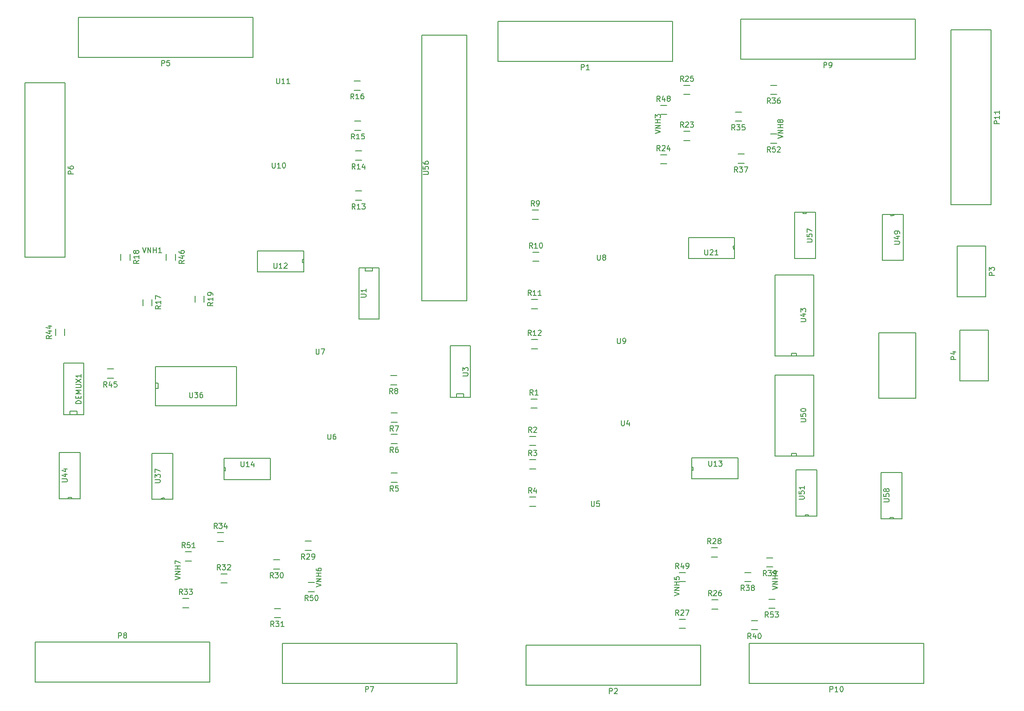
<source format=gto>
G04 #@! TF.FileFunction,Legend,Top*
%FSLAX46Y46*%
G04 Gerber Fmt 4.6, Leading zero omitted, Abs format (unit mm)*
G04 Created by KiCad (PCBNEW 4.0.2-stable) date Wed 13 Apr 2016 04:33:45 PM CST*
%MOMM*%
G01*
G04 APERTURE LIST*
%ADD10C,0.100000*%
%ADD11C,0.150000*%
G04 APERTURE END LIST*
D10*
D11*
X103106000Y-81003000D02*
X94506000Y-81003000D01*
X94506000Y-81003000D02*
X94506000Y-30503000D01*
X94506000Y-30503000D02*
X103106000Y-30503000D01*
X103106000Y-30503000D02*
X103106000Y-81003000D01*
X188412000Y-87099000D02*
X188412000Y-99599000D01*
X188412000Y-99599000D02*
X181412000Y-99599000D01*
X181412000Y-99599000D02*
X181412000Y-87099000D01*
X181412000Y-87099000D02*
X188412000Y-87099000D01*
X157134000Y-141873000D02*
X158334000Y-141873000D01*
X158334000Y-143623000D02*
X157134000Y-143623000D01*
X160055000Y-129935000D02*
X161255000Y-129935000D01*
X161255000Y-131685000D02*
X160055000Y-131685000D01*
X155864000Y-132729000D02*
X157064000Y-132729000D01*
X157064000Y-134479000D02*
X155864000Y-134479000D01*
X154594000Y-53100000D02*
X155794000Y-53100000D01*
X155794000Y-54850000D02*
X154594000Y-54850000D01*
X160817000Y-40019000D02*
X162017000Y-40019000D01*
X162017000Y-41769000D02*
X160817000Y-41769000D01*
X154086000Y-45099000D02*
X155286000Y-45099000D01*
X155286000Y-46849000D02*
X154086000Y-46849000D01*
X56861000Y-126859000D02*
X55661000Y-126859000D01*
X55661000Y-125109000D02*
X56861000Y-125109000D01*
X50257000Y-139432000D02*
X49057000Y-139432000D01*
X49057000Y-137682000D02*
X50257000Y-137682000D01*
X57496000Y-134733000D02*
X56296000Y-134733000D01*
X56296000Y-132983000D02*
X57496000Y-132983000D01*
X66456000Y-139587000D02*
X67656000Y-139587000D01*
X67656000Y-141337000D02*
X66456000Y-141337000D01*
X66329000Y-130316000D02*
X67529000Y-130316000D01*
X67529000Y-132066000D02*
X66329000Y-132066000D01*
X72298000Y-126760000D02*
X73498000Y-126760000D01*
X73498000Y-128510000D02*
X72298000Y-128510000D01*
X150714000Y-129780000D02*
X149514000Y-129780000D01*
X149514000Y-128030000D02*
X150714000Y-128030000D01*
X144618000Y-143369000D02*
X143418000Y-143369000D01*
X143418000Y-141619000D02*
X144618000Y-141619000D01*
X150841000Y-139686000D02*
X149641000Y-139686000D01*
X149641000Y-137936000D02*
X150841000Y-137936000D01*
X145507000Y-41769000D02*
X144307000Y-41769000D01*
X144307000Y-40019000D02*
X145507000Y-40019000D01*
X141062000Y-54977000D02*
X139862000Y-54977000D01*
X139862000Y-53227000D02*
X141062000Y-53227000D01*
X145507000Y-50532000D02*
X144307000Y-50532000D01*
X144307000Y-48782000D02*
X145507000Y-48782000D01*
X51385500Y-81308500D02*
X51385500Y-80108500D01*
X53135500Y-80108500D02*
X53135500Y-81308500D01*
X37288500Y-73307500D02*
X37288500Y-72107500D01*
X39038500Y-72107500D02*
X39038500Y-73307500D01*
X41479500Y-81943500D02*
X41479500Y-80743500D01*
X43229500Y-80743500D02*
X43229500Y-81943500D01*
X81632500Y-39193500D02*
X82832500Y-39193500D01*
X82832500Y-40943500D02*
X81632500Y-40943500D01*
X81759500Y-46813500D02*
X82959500Y-46813500D01*
X82959500Y-48563500D02*
X81759500Y-48563500D01*
X81886500Y-52528500D02*
X83086500Y-52528500D01*
X83086500Y-54278500D02*
X81886500Y-54278500D01*
X81886500Y-60148500D02*
X83086500Y-60148500D01*
X83086500Y-61898500D02*
X81886500Y-61898500D01*
X116551000Y-90156000D02*
X115351000Y-90156000D01*
X115351000Y-88406000D02*
X116551000Y-88406000D01*
X116551000Y-82536000D02*
X115351000Y-82536000D01*
X115351000Y-80786000D02*
X116551000Y-80786000D01*
X116805000Y-73519000D02*
X115605000Y-73519000D01*
X115605000Y-71769000D02*
X116805000Y-71769000D01*
X116678000Y-65518000D02*
X115478000Y-65518000D01*
X115478000Y-63768000D02*
X116678000Y-63768000D01*
X88554000Y-95264000D02*
X89754000Y-95264000D01*
X89754000Y-97014000D02*
X88554000Y-97014000D01*
X88681000Y-102376000D02*
X89881000Y-102376000D01*
X89881000Y-104126000D02*
X88681000Y-104126000D01*
X88681000Y-106440000D02*
X89881000Y-106440000D01*
X89881000Y-108190000D02*
X88681000Y-108190000D01*
X88681000Y-113806000D02*
X89881000Y-113806000D01*
X89881000Y-115556000D02*
X88681000Y-115556000D01*
X116170000Y-120128000D02*
X114970000Y-120128000D01*
X114970000Y-118378000D02*
X116170000Y-118378000D01*
X116170000Y-113016000D02*
X114970000Y-113016000D01*
X114970000Y-111266000D02*
X116170000Y-111266000D01*
X116170000Y-108571000D02*
X114970000Y-108571000D01*
X114970000Y-106821000D02*
X116170000Y-106821000D01*
X116424000Y-101459000D02*
X115224000Y-101459000D01*
X115224000Y-99709000D02*
X116424000Y-99709000D01*
X156755000Y-146177000D02*
X189955000Y-146177000D01*
X189955000Y-146177000D02*
X189955000Y-153797000D01*
X189955000Y-153797000D02*
X156755000Y-153797000D01*
X156755000Y-153797000D02*
X156755000Y-146177000D01*
X54192000Y-153543000D02*
X20992000Y-153543000D01*
X20992000Y-153543000D02*
X20992000Y-145923000D01*
X20992000Y-145923000D02*
X54192000Y-145923000D01*
X54192000Y-145923000D02*
X54192000Y-153543000D01*
X67982000Y-146177000D02*
X101182000Y-146177000D01*
X101182000Y-146177000D02*
X101182000Y-153797000D01*
X101182000Y-153797000D02*
X67982000Y-153797000D01*
X67982000Y-153797000D02*
X67982000Y-146177000D01*
X19050000Y-72734000D02*
X19050000Y-39534000D01*
X19050000Y-39534000D02*
X26670000Y-39534000D01*
X26670000Y-39534000D02*
X26670000Y-72734000D01*
X26670000Y-72734000D02*
X19050000Y-72734000D01*
X29247000Y-27051000D02*
X62447000Y-27051000D01*
X62447000Y-27051000D02*
X62447000Y-34671000D01*
X62447000Y-34671000D02*
X29247000Y-34671000D01*
X29247000Y-34671000D02*
X29247000Y-27051000D01*
X202217000Y-86640000D02*
X202217000Y-96240000D01*
X202217000Y-96240000D02*
X196817000Y-96240000D01*
X196817000Y-96240000D02*
X196817000Y-86640000D01*
X196817000Y-86640000D02*
X202217000Y-86640000D01*
X196309000Y-80238000D02*
X196309000Y-70638000D01*
X196309000Y-70638000D02*
X201709000Y-70638000D01*
X201709000Y-70638000D02*
X201709000Y-80238000D01*
X201709000Y-80238000D02*
X196309000Y-80238000D01*
X114337000Y-146558000D02*
X147537000Y-146558000D01*
X147537000Y-146558000D02*
X147537000Y-154178000D01*
X147537000Y-154178000D02*
X114337000Y-154178000D01*
X114337000Y-154178000D02*
X114337000Y-146558000D01*
X109003000Y-27813000D02*
X142203000Y-27813000D01*
X142203000Y-27813000D02*
X142203000Y-35433000D01*
X142203000Y-35433000D02*
X109003000Y-35433000D01*
X109003000Y-35433000D02*
X109003000Y-27813000D01*
X28771000Y-102040000D02*
X28971000Y-102040000D01*
X28971000Y-102040000D02*
X28971000Y-102690000D01*
X27621000Y-102690000D02*
X27621000Y-102040000D01*
X27621000Y-102040000D02*
X28771000Y-102040000D01*
X26421000Y-102690000D02*
X26421000Y-92890000D01*
X26421000Y-92890000D02*
X30221000Y-92890000D01*
X30221000Y-92890000D02*
X30221000Y-102690000D01*
X30221000Y-102690000D02*
X26421000Y-102690000D01*
X155104000Y-27432000D02*
X188304000Y-27432000D01*
X188304000Y-27432000D02*
X188304000Y-35052000D01*
X188304000Y-35052000D02*
X155104000Y-35052000D01*
X155104000Y-35052000D02*
X155104000Y-27432000D01*
X195072000Y-62701000D02*
X195072000Y-29501000D01*
X195072000Y-29501000D02*
X202692000Y-29501000D01*
X202692000Y-29501000D02*
X202692000Y-62701000D01*
X202692000Y-62701000D02*
X195072000Y-62701000D01*
X26656000Y-86395000D02*
X26656000Y-87595000D01*
X24906000Y-87595000D02*
X24906000Y-86395000D01*
X34706000Y-93994000D02*
X35906000Y-93994000D01*
X35906000Y-95744000D02*
X34706000Y-95744000D01*
X45924500Y-73307500D02*
X45924500Y-72107500D01*
X47674500Y-72107500D02*
X47674500Y-73307500D01*
X141062000Y-45579000D02*
X139862000Y-45579000D01*
X139862000Y-43829000D02*
X141062000Y-43829000D01*
X144618000Y-134479000D02*
X143418000Y-134479000D01*
X143418000Y-132729000D02*
X144618000Y-132729000D01*
X72933000Y-134634000D02*
X74133000Y-134634000D01*
X74133000Y-136384000D02*
X72933000Y-136384000D01*
X50765000Y-130542000D02*
X49565000Y-130542000D01*
X49565000Y-128792000D02*
X50765000Y-128792000D01*
X160817000Y-49290000D02*
X162017000Y-49290000D01*
X162017000Y-51040000D02*
X160817000Y-51040000D01*
X160436000Y-137809000D02*
X161636000Y-137809000D01*
X161636000Y-139559000D02*
X160436000Y-139559000D01*
X84005000Y-75379000D02*
X83805000Y-75379000D01*
X83805000Y-75379000D02*
X83805000Y-74729000D01*
X85155000Y-74729000D02*
X85155000Y-75379000D01*
X85155000Y-75379000D02*
X84005000Y-75379000D01*
X86355000Y-74729000D02*
X86355000Y-84529000D01*
X86355000Y-84529000D02*
X82555000Y-84529000D01*
X82555000Y-84529000D02*
X82555000Y-74729000D01*
X82555000Y-74729000D02*
X86355000Y-74729000D01*
X102304000Y-98738000D02*
X102504000Y-98738000D01*
X102504000Y-98738000D02*
X102504000Y-99388000D01*
X101154000Y-99388000D02*
X101154000Y-98738000D01*
X101154000Y-98738000D02*
X102304000Y-98738000D01*
X99954000Y-99388000D02*
X99954000Y-89588000D01*
X99954000Y-89588000D02*
X103754000Y-89588000D01*
X103754000Y-89588000D02*
X103754000Y-99388000D01*
X103754000Y-99388000D02*
X99954000Y-99388000D01*
X72041000Y-73158000D02*
X71816000Y-73158000D01*
X71816000Y-73158000D02*
X71841000Y-73758000D01*
X71841000Y-73758000D02*
X72041000Y-73758000D01*
X72041000Y-73758000D02*
X72016000Y-73758000D01*
X72066000Y-71533000D02*
X72066000Y-75533000D01*
X72066000Y-75533000D02*
X63316000Y-75533000D01*
X63316000Y-75533000D02*
X63316000Y-71533000D01*
X63316000Y-71533000D02*
X72066000Y-71533000D01*
X145891000Y-113278000D02*
X146116000Y-113278000D01*
X146116000Y-113278000D02*
X146091000Y-112678000D01*
X146091000Y-112678000D02*
X145891000Y-112678000D01*
X145891000Y-112678000D02*
X145916000Y-112678000D01*
X145866000Y-114903000D02*
X145866000Y-110903000D01*
X145866000Y-110903000D02*
X154616000Y-110903000D01*
X154616000Y-110903000D02*
X154616000Y-114903000D01*
X154616000Y-114903000D02*
X145866000Y-114903000D01*
X56991000Y-113405000D02*
X57216000Y-113405000D01*
X57216000Y-113405000D02*
X57191000Y-112805000D01*
X57191000Y-112805000D02*
X56991000Y-112805000D01*
X56991000Y-112805000D02*
X57016000Y-112805000D01*
X56966000Y-115030000D02*
X56966000Y-111030000D01*
X56966000Y-111030000D02*
X65716000Y-111030000D01*
X65716000Y-111030000D02*
X65716000Y-115030000D01*
X65716000Y-115030000D02*
X56966000Y-115030000D01*
X153956000Y-70618000D02*
X153731000Y-70618000D01*
X153731000Y-70618000D02*
X153756000Y-71218000D01*
X153756000Y-71218000D02*
X153956000Y-71218000D01*
X153956000Y-71218000D02*
X153931000Y-71218000D01*
X153981000Y-68993000D02*
X153981000Y-72993000D01*
X153981000Y-72993000D02*
X145231000Y-72993000D01*
X145231000Y-72993000D02*
X145231000Y-68993000D01*
X145231000Y-68993000D02*
X153981000Y-68993000D01*
X43862000Y-96682000D02*
X44362000Y-96682000D01*
X44362000Y-96682000D02*
X44362000Y-97682000D01*
X44362000Y-97682000D02*
X43862000Y-97682000D01*
X43862000Y-93582000D02*
X59262000Y-93582000D01*
X59262000Y-93582000D02*
X59262000Y-100982000D01*
X59262000Y-100982000D02*
X43862000Y-100982000D01*
X43862000Y-100982000D02*
X43862000Y-93582000D01*
X45587000Y-118777000D02*
X45587000Y-118552000D01*
X45587000Y-118552000D02*
X44987000Y-118577000D01*
X44987000Y-118577000D02*
X44987000Y-118777000D01*
X44987000Y-118777000D02*
X44987000Y-118752000D01*
X47212000Y-118802000D02*
X43212000Y-118802000D01*
X43212000Y-118802000D02*
X43212000Y-110052000D01*
X43212000Y-110052000D02*
X47212000Y-110052000D01*
X47212000Y-110052000D02*
X47212000Y-118802000D01*
X164754000Y-91520000D02*
X164754000Y-91020000D01*
X164754000Y-91020000D02*
X165754000Y-91020000D01*
X165754000Y-91020000D02*
X165754000Y-91520000D01*
X161654000Y-91520000D02*
X161654000Y-76120000D01*
X161654000Y-76120000D02*
X169054000Y-76120000D01*
X169054000Y-76120000D02*
X169054000Y-91520000D01*
X169054000Y-91520000D02*
X161654000Y-91520000D01*
X27934000Y-118650000D02*
X27934000Y-118425000D01*
X27934000Y-118425000D02*
X27334000Y-118450000D01*
X27334000Y-118450000D02*
X27334000Y-118650000D01*
X27334000Y-118650000D02*
X27334000Y-118625000D01*
X29559000Y-118675000D02*
X25559000Y-118675000D01*
X25559000Y-118675000D02*
X25559000Y-109925000D01*
X25559000Y-109925000D02*
X29559000Y-109925000D01*
X29559000Y-109925000D02*
X29559000Y-118675000D01*
X183648000Y-64611000D02*
X183648000Y-64836000D01*
X183648000Y-64836000D02*
X184248000Y-64811000D01*
X184248000Y-64811000D02*
X184248000Y-64611000D01*
X184248000Y-64611000D02*
X184248000Y-64636000D01*
X182023000Y-64586000D02*
X186023000Y-64586000D01*
X186023000Y-64586000D02*
X186023000Y-73336000D01*
X186023000Y-73336000D02*
X182023000Y-73336000D01*
X182023000Y-73336000D02*
X182023000Y-64586000D01*
X164754000Y-110570000D02*
X164754000Y-110070000D01*
X164754000Y-110070000D02*
X165754000Y-110070000D01*
X165754000Y-110070000D02*
X165754000Y-110570000D01*
X161654000Y-110570000D02*
X161654000Y-95170000D01*
X161654000Y-95170000D02*
X169054000Y-95170000D01*
X169054000Y-95170000D02*
X169054000Y-110570000D01*
X169054000Y-110570000D02*
X161654000Y-110570000D01*
X168015000Y-121952000D02*
X168015000Y-121727000D01*
X168015000Y-121727000D02*
X167415000Y-121752000D01*
X167415000Y-121752000D02*
X167415000Y-121952000D01*
X167415000Y-121952000D02*
X167415000Y-121927000D01*
X169640000Y-121977000D02*
X165640000Y-121977000D01*
X165640000Y-121977000D02*
X165640000Y-113227000D01*
X165640000Y-113227000D02*
X169640000Y-113227000D01*
X169640000Y-113227000D02*
X169640000Y-121977000D01*
X167011000Y-64230000D02*
X167011000Y-64455000D01*
X167011000Y-64455000D02*
X167611000Y-64430000D01*
X167611000Y-64430000D02*
X167611000Y-64230000D01*
X167611000Y-64230000D02*
X167611000Y-64255000D01*
X165386000Y-64205000D02*
X169386000Y-64205000D01*
X169386000Y-64205000D02*
X169386000Y-72955000D01*
X169386000Y-72955000D02*
X165386000Y-72955000D01*
X165386000Y-72955000D02*
X165386000Y-64205000D01*
X184144000Y-122460000D02*
X184144000Y-122235000D01*
X184144000Y-122235000D02*
X183544000Y-122260000D01*
X183544000Y-122260000D02*
X183544000Y-122460000D01*
X183544000Y-122460000D02*
X183544000Y-122435000D01*
X185769000Y-122485000D02*
X181769000Y-122485000D01*
X181769000Y-122485000D02*
X181769000Y-113735000D01*
X181769000Y-113735000D02*
X185769000Y-113735000D01*
X185769000Y-113735000D02*
X185769000Y-122485000D01*
X162167381Y-50144143D02*
X163167381Y-49810810D01*
X162167381Y-49477476D01*
X163167381Y-49144143D02*
X162167381Y-49144143D01*
X163167381Y-48572714D01*
X162167381Y-48572714D01*
X163167381Y-48096524D02*
X162167381Y-48096524D01*
X162643571Y-48096524D02*
X162643571Y-47525095D01*
X163167381Y-47525095D02*
X162167381Y-47525095D01*
X162595952Y-46906048D02*
X162548333Y-47001286D01*
X162500714Y-47048905D01*
X162405476Y-47096524D01*
X162357857Y-47096524D01*
X162262619Y-47048905D01*
X162215000Y-47001286D01*
X162167381Y-46906048D01*
X162167381Y-46715571D01*
X162215000Y-46620333D01*
X162262619Y-46572714D01*
X162357857Y-46525095D01*
X162405476Y-46525095D01*
X162500714Y-46572714D01*
X162548333Y-46620333D01*
X162595952Y-46715571D01*
X162595952Y-46906048D01*
X162643571Y-47001286D01*
X162691190Y-47048905D01*
X162786429Y-47096524D01*
X162976905Y-47096524D01*
X163072143Y-47048905D01*
X163119762Y-47001286D01*
X163167381Y-46906048D01*
X163167381Y-46715571D01*
X163119762Y-46620333D01*
X163072143Y-46572714D01*
X162976905Y-46525095D01*
X162786429Y-46525095D01*
X162691190Y-46572714D01*
X162643571Y-46620333D01*
X162595952Y-46715571D01*
X47620881Y-134101143D02*
X48620881Y-133767810D01*
X47620881Y-133434476D01*
X48620881Y-133101143D02*
X47620881Y-133101143D01*
X48620881Y-132529714D01*
X47620881Y-132529714D01*
X48620881Y-132053524D02*
X47620881Y-132053524D01*
X48097071Y-132053524D02*
X48097071Y-131482095D01*
X48620881Y-131482095D02*
X47620881Y-131482095D01*
X47620881Y-131101143D02*
X47620881Y-130434476D01*
X48620881Y-130863048D01*
X74410381Y-135488143D02*
X75410381Y-135154810D01*
X74410381Y-134821476D01*
X75410381Y-134488143D02*
X74410381Y-134488143D01*
X75410381Y-133916714D01*
X74410381Y-133916714D01*
X75410381Y-133440524D02*
X74410381Y-133440524D01*
X74886571Y-133440524D02*
X74886571Y-132869095D01*
X75410381Y-132869095D02*
X74410381Y-132869095D01*
X74410381Y-131964333D02*
X74410381Y-132154810D01*
X74458000Y-132250048D01*
X74505619Y-132297667D01*
X74648476Y-132392905D01*
X74838952Y-132440524D01*
X75219905Y-132440524D01*
X75315143Y-132392905D01*
X75362762Y-132345286D01*
X75410381Y-132250048D01*
X75410381Y-132059571D01*
X75362762Y-131964333D01*
X75315143Y-131916714D01*
X75219905Y-131869095D01*
X74981810Y-131869095D01*
X74886571Y-131916714D01*
X74838952Y-131964333D01*
X74791333Y-132059571D01*
X74791333Y-132250048D01*
X74838952Y-132345286D01*
X74886571Y-132392905D01*
X74981810Y-132440524D01*
X142490381Y-137149143D02*
X143490381Y-136815810D01*
X142490381Y-136482476D01*
X143490381Y-136149143D02*
X142490381Y-136149143D01*
X143490381Y-135577714D01*
X142490381Y-135577714D01*
X143490381Y-135101524D02*
X142490381Y-135101524D01*
X142966571Y-135101524D02*
X142966571Y-134530095D01*
X143490381Y-134530095D02*
X142490381Y-134530095D01*
X142490381Y-133577714D02*
X142490381Y-134053905D01*
X142966571Y-134101524D01*
X142918952Y-134053905D01*
X142871333Y-133958667D01*
X142871333Y-133720571D01*
X142918952Y-133625333D01*
X142966571Y-133577714D01*
X143061810Y-133530095D01*
X143299905Y-133530095D01*
X143395143Y-133577714D01*
X143442762Y-133625333D01*
X143490381Y-133720571D01*
X143490381Y-133958667D01*
X143442762Y-134053905D01*
X143395143Y-134101524D01*
X161151381Y-135996143D02*
X162151381Y-135662810D01*
X161151381Y-135329476D01*
X162151381Y-134996143D02*
X161151381Y-134996143D01*
X162151381Y-134424714D01*
X161151381Y-134424714D01*
X162151381Y-133948524D02*
X161151381Y-133948524D01*
X161627571Y-133948524D02*
X161627571Y-133377095D01*
X162151381Y-133377095D02*
X161151381Y-133377095D01*
X161484714Y-132472333D02*
X162151381Y-132472333D01*
X161103762Y-132710429D02*
X161818048Y-132948524D01*
X161818048Y-132329476D01*
X138870381Y-49201143D02*
X139870381Y-48867810D01*
X138870381Y-48534476D01*
X139870381Y-48201143D02*
X138870381Y-48201143D01*
X139870381Y-47629714D01*
X138870381Y-47629714D01*
X139870381Y-47153524D02*
X138870381Y-47153524D01*
X139346571Y-47153524D02*
X139346571Y-46582095D01*
X139870381Y-46582095D02*
X138870381Y-46582095D01*
X138870381Y-46201143D02*
X138870381Y-45582095D01*
X139251333Y-45915429D01*
X139251333Y-45772571D01*
X139298952Y-45677333D01*
X139346571Y-45629714D01*
X139441810Y-45582095D01*
X139679905Y-45582095D01*
X139775143Y-45629714D01*
X139822762Y-45677333D01*
X139870381Y-45772571D01*
X139870381Y-46058286D01*
X139822762Y-46153524D01*
X139775143Y-46201143D01*
X41413357Y-70861881D02*
X41746690Y-71861881D01*
X42080024Y-70861881D01*
X42413357Y-71861881D02*
X42413357Y-70861881D01*
X42984786Y-71861881D01*
X42984786Y-70861881D01*
X43460976Y-71861881D02*
X43460976Y-70861881D01*
X43460976Y-71338071D02*
X44032405Y-71338071D01*
X44032405Y-71861881D02*
X44032405Y-70861881D01*
X45032405Y-71861881D02*
X44460976Y-71861881D01*
X44746690Y-71861881D02*
X44746690Y-70861881D01*
X44651452Y-71004738D01*
X44556214Y-71099976D01*
X44460976Y-71147595D01*
X94768381Y-57001095D02*
X95577905Y-57001095D01*
X95673143Y-56953476D01*
X95720762Y-56905857D01*
X95768381Y-56810619D01*
X95768381Y-56620142D01*
X95720762Y-56524904D01*
X95673143Y-56477285D01*
X95577905Y-56429666D01*
X94768381Y-56429666D01*
X94768381Y-55477285D02*
X94768381Y-55953476D01*
X95244571Y-56001095D01*
X95196952Y-55953476D01*
X95149333Y-55858238D01*
X95149333Y-55620142D01*
X95196952Y-55524904D01*
X95244571Y-55477285D01*
X95339810Y-55429666D01*
X95577905Y-55429666D01*
X95673143Y-55477285D01*
X95720762Y-55524904D01*
X95768381Y-55620142D01*
X95768381Y-55858238D01*
X95720762Y-55953476D01*
X95673143Y-56001095D01*
X94768381Y-54572523D02*
X94768381Y-54763000D01*
X94816000Y-54858238D01*
X94863619Y-54905857D01*
X95006476Y-55001095D01*
X95196952Y-55048714D01*
X95577905Y-55048714D01*
X95673143Y-55001095D01*
X95720762Y-54953476D01*
X95768381Y-54858238D01*
X95768381Y-54667761D01*
X95720762Y-54572523D01*
X95673143Y-54524904D01*
X95577905Y-54477285D01*
X95339810Y-54477285D01*
X95244571Y-54524904D01*
X95196952Y-54572523D01*
X95149333Y-54667761D01*
X95149333Y-54858238D01*
X95196952Y-54953476D01*
X95244571Y-55001095D01*
X95339810Y-55048714D01*
X157091143Y-145300381D02*
X156757809Y-144824190D01*
X156519714Y-145300381D02*
X156519714Y-144300381D01*
X156900667Y-144300381D01*
X156995905Y-144348000D01*
X157043524Y-144395619D01*
X157091143Y-144490857D01*
X157091143Y-144633714D01*
X157043524Y-144728952D01*
X156995905Y-144776571D01*
X156900667Y-144824190D01*
X156519714Y-144824190D01*
X157948286Y-144633714D02*
X157948286Y-145300381D01*
X157710190Y-144252762D02*
X157472095Y-144967048D01*
X158091143Y-144967048D01*
X158662571Y-144300381D02*
X158757810Y-144300381D01*
X158853048Y-144348000D01*
X158900667Y-144395619D01*
X158948286Y-144490857D01*
X158995905Y-144681333D01*
X158995905Y-144919429D01*
X158948286Y-145109905D01*
X158900667Y-145205143D01*
X158853048Y-145252762D01*
X158757810Y-145300381D01*
X158662571Y-145300381D01*
X158567333Y-145252762D01*
X158519714Y-145205143D01*
X158472095Y-145109905D01*
X158424476Y-144919429D01*
X158424476Y-144681333D01*
X158472095Y-144490857D01*
X158519714Y-144395619D01*
X158567333Y-144348000D01*
X158662571Y-144300381D01*
X160012143Y-133362381D02*
X159678809Y-132886190D01*
X159440714Y-133362381D02*
X159440714Y-132362381D01*
X159821667Y-132362381D01*
X159916905Y-132410000D01*
X159964524Y-132457619D01*
X160012143Y-132552857D01*
X160012143Y-132695714D01*
X159964524Y-132790952D01*
X159916905Y-132838571D01*
X159821667Y-132886190D01*
X159440714Y-132886190D01*
X160345476Y-132362381D02*
X160964524Y-132362381D01*
X160631190Y-132743333D01*
X160774048Y-132743333D01*
X160869286Y-132790952D01*
X160916905Y-132838571D01*
X160964524Y-132933810D01*
X160964524Y-133171905D01*
X160916905Y-133267143D01*
X160869286Y-133314762D01*
X160774048Y-133362381D01*
X160488333Y-133362381D01*
X160393095Y-133314762D01*
X160345476Y-133267143D01*
X161440714Y-133362381D02*
X161631190Y-133362381D01*
X161726429Y-133314762D01*
X161774048Y-133267143D01*
X161869286Y-133124286D01*
X161916905Y-132933810D01*
X161916905Y-132552857D01*
X161869286Y-132457619D01*
X161821667Y-132410000D01*
X161726429Y-132362381D01*
X161535952Y-132362381D01*
X161440714Y-132410000D01*
X161393095Y-132457619D01*
X161345476Y-132552857D01*
X161345476Y-132790952D01*
X161393095Y-132886190D01*
X161440714Y-132933810D01*
X161535952Y-132981429D01*
X161726429Y-132981429D01*
X161821667Y-132933810D01*
X161869286Y-132886190D01*
X161916905Y-132790952D01*
X155821143Y-136156381D02*
X155487809Y-135680190D01*
X155249714Y-136156381D02*
X155249714Y-135156381D01*
X155630667Y-135156381D01*
X155725905Y-135204000D01*
X155773524Y-135251619D01*
X155821143Y-135346857D01*
X155821143Y-135489714D01*
X155773524Y-135584952D01*
X155725905Y-135632571D01*
X155630667Y-135680190D01*
X155249714Y-135680190D01*
X156154476Y-135156381D02*
X156773524Y-135156381D01*
X156440190Y-135537333D01*
X156583048Y-135537333D01*
X156678286Y-135584952D01*
X156725905Y-135632571D01*
X156773524Y-135727810D01*
X156773524Y-135965905D01*
X156725905Y-136061143D01*
X156678286Y-136108762D01*
X156583048Y-136156381D01*
X156297333Y-136156381D01*
X156202095Y-136108762D01*
X156154476Y-136061143D01*
X157344952Y-135584952D02*
X157249714Y-135537333D01*
X157202095Y-135489714D01*
X157154476Y-135394476D01*
X157154476Y-135346857D01*
X157202095Y-135251619D01*
X157249714Y-135204000D01*
X157344952Y-135156381D01*
X157535429Y-135156381D01*
X157630667Y-135204000D01*
X157678286Y-135251619D01*
X157725905Y-135346857D01*
X157725905Y-135394476D01*
X157678286Y-135489714D01*
X157630667Y-135537333D01*
X157535429Y-135584952D01*
X157344952Y-135584952D01*
X157249714Y-135632571D01*
X157202095Y-135680190D01*
X157154476Y-135775429D01*
X157154476Y-135965905D01*
X157202095Y-136061143D01*
X157249714Y-136108762D01*
X157344952Y-136156381D01*
X157535429Y-136156381D01*
X157630667Y-136108762D01*
X157678286Y-136061143D01*
X157725905Y-135965905D01*
X157725905Y-135775429D01*
X157678286Y-135680190D01*
X157630667Y-135632571D01*
X157535429Y-135584952D01*
X154551143Y-56527381D02*
X154217809Y-56051190D01*
X153979714Y-56527381D02*
X153979714Y-55527381D01*
X154360667Y-55527381D01*
X154455905Y-55575000D01*
X154503524Y-55622619D01*
X154551143Y-55717857D01*
X154551143Y-55860714D01*
X154503524Y-55955952D01*
X154455905Y-56003571D01*
X154360667Y-56051190D01*
X153979714Y-56051190D01*
X154884476Y-55527381D02*
X155503524Y-55527381D01*
X155170190Y-55908333D01*
X155313048Y-55908333D01*
X155408286Y-55955952D01*
X155455905Y-56003571D01*
X155503524Y-56098810D01*
X155503524Y-56336905D01*
X155455905Y-56432143D01*
X155408286Y-56479762D01*
X155313048Y-56527381D01*
X155027333Y-56527381D01*
X154932095Y-56479762D01*
X154884476Y-56432143D01*
X155836857Y-55527381D02*
X156503524Y-55527381D01*
X156074952Y-56527381D01*
X160774143Y-43446381D02*
X160440809Y-42970190D01*
X160202714Y-43446381D02*
X160202714Y-42446381D01*
X160583667Y-42446381D01*
X160678905Y-42494000D01*
X160726524Y-42541619D01*
X160774143Y-42636857D01*
X160774143Y-42779714D01*
X160726524Y-42874952D01*
X160678905Y-42922571D01*
X160583667Y-42970190D01*
X160202714Y-42970190D01*
X161107476Y-42446381D02*
X161726524Y-42446381D01*
X161393190Y-42827333D01*
X161536048Y-42827333D01*
X161631286Y-42874952D01*
X161678905Y-42922571D01*
X161726524Y-43017810D01*
X161726524Y-43255905D01*
X161678905Y-43351143D01*
X161631286Y-43398762D01*
X161536048Y-43446381D01*
X161250333Y-43446381D01*
X161155095Y-43398762D01*
X161107476Y-43351143D01*
X162583667Y-42446381D02*
X162393190Y-42446381D01*
X162297952Y-42494000D01*
X162250333Y-42541619D01*
X162155095Y-42684476D01*
X162107476Y-42874952D01*
X162107476Y-43255905D01*
X162155095Y-43351143D01*
X162202714Y-43398762D01*
X162297952Y-43446381D01*
X162488429Y-43446381D01*
X162583667Y-43398762D01*
X162631286Y-43351143D01*
X162678905Y-43255905D01*
X162678905Y-43017810D01*
X162631286Y-42922571D01*
X162583667Y-42874952D01*
X162488429Y-42827333D01*
X162297952Y-42827333D01*
X162202714Y-42874952D01*
X162155095Y-42922571D01*
X162107476Y-43017810D01*
X154043143Y-48526381D02*
X153709809Y-48050190D01*
X153471714Y-48526381D02*
X153471714Y-47526381D01*
X153852667Y-47526381D01*
X153947905Y-47574000D01*
X153995524Y-47621619D01*
X154043143Y-47716857D01*
X154043143Y-47859714D01*
X153995524Y-47954952D01*
X153947905Y-48002571D01*
X153852667Y-48050190D01*
X153471714Y-48050190D01*
X154376476Y-47526381D02*
X154995524Y-47526381D01*
X154662190Y-47907333D01*
X154805048Y-47907333D01*
X154900286Y-47954952D01*
X154947905Y-48002571D01*
X154995524Y-48097810D01*
X154995524Y-48335905D01*
X154947905Y-48431143D01*
X154900286Y-48478762D01*
X154805048Y-48526381D01*
X154519333Y-48526381D01*
X154424095Y-48478762D01*
X154376476Y-48431143D01*
X155900286Y-47526381D02*
X155424095Y-47526381D01*
X155376476Y-48002571D01*
X155424095Y-47954952D01*
X155519333Y-47907333D01*
X155757429Y-47907333D01*
X155852667Y-47954952D01*
X155900286Y-48002571D01*
X155947905Y-48097810D01*
X155947905Y-48335905D01*
X155900286Y-48431143D01*
X155852667Y-48478762D01*
X155757429Y-48526381D01*
X155519333Y-48526381D01*
X155424095Y-48478762D01*
X155376476Y-48431143D01*
X55618143Y-124336381D02*
X55284809Y-123860190D01*
X55046714Y-124336381D02*
X55046714Y-123336381D01*
X55427667Y-123336381D01*
X55522905Y-123384000D01*
X55570524Y-123431619D01*
X55618143Y-123526857D01*
X55618143Y-123669714D01*
X55570524Y-123764952D01*
X55522905Y-123812571D01*
X55427667Y-123860190D01*
X55046714Y-123860190D01*
X55951476Y-123336381D02*
X56570524Y-123336381D01*
X56237190Y-123717333D01*
X56380048Y-123717333D01*
X56475286Y-123764952D01*
X56522905Y-123812571D01*
X56570524Y-123907810D01*
X56570524Y-124145905D01*
X56522905Y-124241143D01*
X56475286Y-124288762D01*
X56380048Y-124336381D01*
X56094333Y-124336381D01*
X55999095Y-124288762D01*
X55951476Y-124241143D01*
X57427667Y-123669714D02*
X57427667Y-124336381D01*
X57189571Y-123288762D02*
X56951476Y-124003048D01*
X57570524Y-124003048D01*
X49014143Y-136909381D02*
X48680809Y-136433190D01*
X48442714Y-136909381D02*
X48442714Y-135909381D01*
X48823667Y-135909381D01*
X48918905Y-135957000D01*
X48966524Y-136004619D01*
X49014143Y-136099857D01*
X49014143Y-136242714D01*
X48966524Y-136337952D01*
X48918905Y-136385571D01*
X48823667Y-136433190D01*
X48442714Y-136433190D01*
X49347476Y-135909381D02*
X49966524Y-135909381D01*
X49633190Y-136290333D01*
X49776048Y-136290333D01*
X49871286Y-136337952D01*
X49918905Y-136385571D01*
X49966524Y-136480810D01*
X49966524Y-136718905D01*
X49918905Y-136814143D01*
X49871286Y-136861762D01*
X49776048Y-136909381D01*
X49490333Y-136909381D01*
X49395095Y-136861762D01*
X49347476Y-136814143D01*
X50299857Y-135909381D02*
X50918905Y-135909381D01*
X50585571Y-136290333D01*
X50728429Y-136290333D01*
X50823667Y-136337952D01*
X50871286Y-136385571D01*
X50918905Y-136480810D01*
X50918905Y-136718905D01*
X50871286Y-136814143D01*
X50823667Y-136861762D01*
X50728429Y-136909381D01*
X50442714Y-136909381D01*
X50347476Y-136861762D01*
X50299857Y-136814143D01*
X56253143Y-132210381D02*
X55919809Y-131734190D01*
X55681714Y-132210381D02*
X55681714Y-131210381D01*
X56062667Y-131210381D01*
X56157905Y-131258000D01*
X56205524Y-131305619D01*
X56253143Y-131400857D01*
X56253143Y-131543714D01*
X56205524Y-131638952D01*
X56157905Y-131686571D01*
X56062667Y-131734190D01*
X55681714Y-131734190D01*
X56586476Y-131210381D02*
X57205524Y-131210381D01*
X56872190Y-131591333D01*
X57015048Y-131591333D01*
X57110286Y-131638952D01*
X57157905Y-131686571D01*
X57205524Y-131781810D01*
X57205524Y-132019905D01*
X57157905Y-132115143D01*
X57110286Y-132162762D01*
X57015048Y-132210381D01*
X56729333Y-132210381D01*
X56634095Y-132162762D01*
X56586476Y-132115143D01*
X57586476Y-131305619D02*
X57634095Y-131258000D01*
X57729333Y-131210381D01*
X57967429Y-131210381D01*
X58062667Y-131258000D01*
X58110286Y-131305619D01*
X58157905Y-131400857D01*
X58157905Y-131496095D01*
X58110286Y-131638952D01*
X57538857Y-132210381D01*
X58157905Y-132210381D01*
X66413143Y-143014381D02*
X66079809Y-142538190D01*
X65841714Y-143014381D02*
X65841714Y-142014381D01*
X66222667Y-142014381D01*
X66317905Y-142062000D01*
X66365524Y-142109619D01*
X66413143Y-142204857D01*
X66413143Y-142347714D01*
X66365524Y-142442952D01*
X66317905Y-142490571D01*
X66222667Y-142538190D01*
X65841714Y-142538190D01*
X66746476Y-142014381D02*
X67365524Y-142014381D01*
X67032190Y-142395333D01*
X67175048Y-142395333D01*
X67270286Y-142442952D01*
X67317905Y-142490571D01*
X67365524Y-142585810D01*
X67365524Y-142823905D01*
X67317905Y-142919143D01*
X67270286Y-142966762D01*
X67175048Y-143014381D01*
X66889333Y-143014381D01*
X66794095Y-142966762D01*
X66746476Y-142919143D01*
X68317905Y-143014381D02*
X67746476Y-143014381D01*
X68032190Y-143014381D02*
X68032190Y-142014381D01*
X67936952Y-142157238D01*
X67841714Y-142252476D01*
X67746476Y-142300095D01*
X66286143Y-133743381D02*
X65952809Y-133267190D01*
X65714714Y-133743381D02*
X65714714Y-132743381D01*
X66095667Y-132743381D01*
X66190905Y-132791000D01*
X66238524Y-132838619D01*
X66286143Y-132933857D01*
X66286143Y-133076714D01*
X66238524Y-133171952D01*
X66190905Y-133219571D01*
X66095667Y-133267190D01*
X65714714Y-133267190D01*
X66619476Y-132743381D02*
X67238524Y-132743381D01*
X66905190Y-133124333D01*
X67048048Y-133124333D01*
X67143286Y-133171952D01*
X67190905Y-133219571D01*
X67238524Y-133314810D01*
X67238524Y-133552905D01*
X67190905Y-133648143D01*
X67143286Y-133695762D01*
X67048048Y-133743381D01*
X66762333Y-133743381D01*
X66667095Y-133695762D01*
X66619476Y-133648143D01*
X67857571Y-132743381D02*
X67952810Y-132743381D01*
X68048048Y-132791000D01*
X68095667Y-132838619D01*
X68143286Y-132933857D01*
X68190905Y-133124333D01*
X68190905Y-133362429D01*
X68143286Y-133552905D01*
X68095667Y-133648143D01*
X68048048Y-133695762D01*
X67952810Y-133743381D01*
X67857571Y-133743381D01*
X67762333Y-133695762D01*
X67714714Y-133648143D01*
X67667095Y-133552905D01*
X67619476Y-133362429D01*
X67619476Y-133124333D01*
X67667095Y-132933857D01*
X67714714Y-132838619D01*
X67762333Y-132791000D01*
X67857571Y-132743381D01*
X72255143Y-130187381D02*
X71921809Y-129711190D01*
X71683714Y-130187381D02*
X71683714Y-129187381D01*
X72064667Y-129187381D01*
X72159905Y-129235000D01*
X72207524Y-129282619D01*
X72255143Y-129377857D01*
X72255143Y-129520714D01*
X72207524Y-129615952D01*
X72159905Y-129663571D01*
X72064667Y-129711190D01*
X71683714Y-129711190D01*
X72636095Y-129282619D02*
X72683714Y-129235000D01*
X72778952Y-129187381D01*
X73017048Y-129187381D01*
X73112286Y-129235000D01*
X73159905Y-129282619D01*
X73207524Y-129377857D01*
X73207524Y-129473095D01*
X73159905Y-129615952D01*
X72588476Y-130187381D01*
X73207524Y-130187381D01*
X73683714Y-130187381D02*
X73874190Y-130187381D01*
X73969429Y-130139762D01*
X74017048Y-130092143D01*
X74112286Y-129949286D01*
X74159905Y-129758810D01*
X74159905Y-129377857D01*
X74112286Y-129282619D01*
X74064667Y-129235000D01*
X73969429Y-129187381D01*
X73778952Y-129187381D01*
X73683714Y-129235000D01*
X73636095Y-129282619D01*
X73588476Y-129377857D01*
X73588476Y-129615952D01*
X73636095Y-129711190D01*
X73683714Y-129758810D01*
X73778952Y-129806429D01*
X73969429Y-129806429D01*
X74064667Y-129758810D01*
X74112286Y-129711190D01*
X74159905Y-129615952D01*
X149471143Y-127257381D02*
X149137809Y-126781190D01*
X148899714Y-127257381D02*
X148899714Y-126257381D01*
X149280667Y-126257381D01*
X149375905Y-126305000D01*
X149423524Y-126352619D01*
X149471143Y-126447857D01*
X149471143Y-126590714D01*
X149423524Y-126685952D01*
X149375905Y-126733571D01*
X149280667Y-126781190D01*
X148899714Y-126781190D01*
X149852095Y-126352619D02*
X149899714Y-126305000D01*
X149994952Y-126257381D01*
X150233048Y-126257381D01*
X150328286Y-126305000D01*
X150375905Y-126352619D01*
X150423524Y-126447857D01*
X150423524Y-126543095D01*
X150375905Y-126685952D01*
X149804476Y-127257381D01*
X150423524Y-127257381D01*
X150994952Y-126685952D02*
X150899714Y-126638333D01*
X150852095Y-126590714D01*
X150804476Y-126495476D01*
X150804476Y-126447857D01*
X150852095Y-126352619D01*
X150899714Y-126305000D01*
X150994952Y-126257381D01*
X151185429Y-126257381D01*
X151280667Y-126305000D01*
X151328286Y-126352619D01*
X151375905Y-126447857D01*
X151375905Y-126495476D01*
X151328286Y-126590714D01*
X151280667Y-126638333D01*
X151185429Y-126685952D01*
X150994952Y-126685952D01*
X150899714Y-126733571D01*
X150852095Y-126781190D01*
X150804476Y-126876429D01*
X150804476Y-127066905D01*
X150852095Y-127162143D01*
X150899714Y-127209762D01*
X150994952Y-127257381D01*
X151185429Y-127257381D01*
X151280667Y-127209762D01*
X151328286Y-127162143D01*
X151375905Y-127066905D01*
X151375905Y-126876429D01*
X151328286Y-126781190D01*
X151280667Y-126733571D01*
X151185429Y-126685952D01*
X143375143Y-140846381D02*
X143041809Y-140370190D01*
X142803714Y-140846381D02*
X142803714Y-139846381D01*
X143184667Y-139846381D01*
X143279905Y-139894000D01*
X143327524Y-139941619D01*
X143375143Y-140036857D01*
X143375143Y-140179714D01*
X143327524Y-140274952D01*
X143279905Y-140322571D01*
X143184667Y-140370190D01*
X142803714Y-140370190D01*
X143756095Y-139941619D02*
X143803714Y-139894000D01*
X143898952Y-139846381D01*
X144137048Y-139846381D01*
X144232286Y-139894000D01*
X144279905Y-139941619D01*
X144327524Y-140036857D01*
X144327524Y-140132095D01*
X144279905Y-140274952D01*
X143708476Y-140846381D01*
X144327524Y-140846381D01*
X144660857Y-139846381D02*
X145327524Y-139846381D01*
X144898952Y-140846381D01*
X149598143Y-137163381D02*
X149264809Y-136687190D01*
X149026714Y-137163381D02*
X149026714Y-136163381D01*
X149407667Y-136163381D01*
X149502905Y-136211000D01*
X149550524Y-136258619D01*
X149598143Y-136353857D01*
X149598143Y-136496714D01*
X149550524Y-136591952D01*
X149502905Y-136639571D01*
X149407667Y-136687190D01*
X149026714Y-136687190D01*
X149979095Y-136258619D02*
X150026714Y-136211000D01*
X150121952Y-136163381D01*
X150360048Y-136163381D01*
X150455286Y-136211000D01*
X150502905Y-136258619D01*
X150550524Y-136353857D01*
X150550524Y-136449095D01*
X150502905Y-136591952D01*
X149931476Y-137163381D01*
X150550524Y-137163381D01*
X151407667Y-136163381D02*
X151217190Y-136163381D01*
X151121952Y-136211000D01*
X151074333Y-136258619D01*
X150979095Y-136401476D01*
X150931476Y-136591952D01*
X150931476Y-136972905D01*
X150979095Y-137068143D01*
X151026714Y-137115762D01*
X151121952Y-137163381D01*
X151312429Y-137163381D01*
X151407667Y-137115762D01*
X151455286Y-137068143D01*
X151502905Y-136972905D01*
X151502905Y-136734810D01*
X151455286Y-136639571D01*
X151407667Y-136591952D01*
X151312429Y-136544333D01*
X151121952Y-136544333D01*
X151026714Y-136591952D01*
X150979095Y-136639571D01*
X150931476Y-136734810D01*
X144264143Y-39246381D02*
X143930809Y-38770190D01*
X143692714Y-39246381D02*
X143692714Y-38246381D01*
X144073667Y-38246381D01*
X144168905Y-38294000D01*
X144216524Y-38341619D01*
X144264143Y-38436857D01*
X144264143Y-38579714D01*
X144216524Y-38674952D01*
X144168905Y-38722571D01*
X144073667Y-38770190D01*
X143692714Y-38770190D01*
X144645095Y-38341619D02*
X144692714Y-38294000D01*
X144787952Y-38246381D01*
X145026048Y-38246381D01*
X145121286Y-38294000D01*
X145168905Y-38341619D01*
X145216524Y-38436857D01*
X145216524Y-38532095D01*
X145168905Y-38674952D01*
X144597476Y-39246381D01*
X145216524Y-39246381D01*
X146121286Y-38246381D02*
X145645095Y-38246381D01*
X145597476Y-38722571D01*
X145645095Y-38674952D01*
X145740333Y-38627333D01*
X145978429Y-38627333D01*
X146073667Y-38674952D01*
X146121286Y-38722571D01*
X146168905Y-38817810D01*
X146168905Y-39055905D01*
X146121286Y-39151143D01*
X146073667Y-39198762D01*
X145978429Y-39246381D01*
X145740333Y-39246381D01*
X145645095Y-39198762D01*
X145597476Y-39151143D01*
X139819143Y-52454381D02*
X139485809Y-51978190D01*
X139247714Y-52454381D02*
X139247714Y-51454381D01*
X139628667Y-51454381D01*
X139723905Y-51502000D01*
X139771524Y-51549619D01*
X139819143Y-51644857D01*
X139819143Y-51787714D01*
X139771524Y-51882952D01*
X139723905Y-51930571D01*
X139628667Y-51978190D01*
X139247714Y-51978190D01*
X140200095Y-51549619D02*
X140247714Y-51502000D01*
X140342952Y-51454381D01*
X140581048Y-51454381D01*
X140676286Y-51502000D01*
X140723905Y-51549619D01*
X140771524Y-51644857D01*
X140771524Y-51740095D01*
X140723905Y-51882952D01*
X140152476Y-52454381D01*
X140771524Y-52454381D01*
X141628667Y-51787714D02*
X141628667Y-52454381D01*
X141390571Y-51406762D02*
X141152476Y-52121048D01*
X141771524Y-52121048D01*
X144264143Y-48009381D02*
X143930809Y-47533190D01*
X143692714Y-48009381D02*
X143692714Y-47009381D01*
X144073667Y-47009381D01*
X144168905Y-47057000D01*
X144216524Y-47104619D01*
X144264143Y-47199857D01*
X144264143Y-47342714D01*
X144216524Y-47437952D01*
X144168905Y-47485571D01*
X144073667Y-47533190D01*
X143692714Y-47533190D01*
X144645095Y-47104619D02*
X144692714Y-47057000D01*
X144787952Y-47009381D01*
X145026048Y-47009381D01*
X145121286Y-47057000D01*
X145168905Y-47104619D01*
X145216524Y-47199857D01*
X145216524Y-47295095D01*
X145168905Y-47437952D01*
X144597476Y-48009381D01*
X145216524Y-48009381D01*
X145549857Y-47009381D02*
X146168905Y-47009381D01*
X145835571Y-47390333D01*
X145978429Y-47390333D01*
X146073667Y-47437952D01*
X146121286Y-47485571D01*
X146168905Y-47580810D01*
X146168905Y-47818905D01*
X146121286Y-47914143D01*
X146073667Y-47961762D01*
X145978429Y-48009381D01*
X145692714Y-48009381D01*
X145597476Y-47961762D01*
X145549857Y-47914143D01*
X54812881Y-81351357D02*
X54336690Y-81684691D01*
X54812881Y-81922786D02*
X53812881Y-81922786D01*
X53812881Y-81541833D01*
X53860500Y-81446595D01*
X53908119Y-81398976D01*
X54003357Y-81351357D01*
X54146214Y-81351357D01*
X54241452Y-81398976D01*
X54289071Y-81446595D01*
X54336690Y-81541833D01*
X54336690Y-81922786D01*
X54812881Y-80398976D02*
X54812881Y-80970405D01*
X54812881Y-80684691D02*
X53812881Y-80684691D01*
X53955738Y-80779929D01*
X54050976Y-80875167D01*
X54098595Y-80970405D01*
X54812881Y-79922786D02*
X54812881Y-79732310D01*
X54765262Y-79637071D01*
X54717643Y-79589452D01*
X54574786Y-79494214D01*
X54384310Y-79446595D01*
X54003357Y-79446595D01*
X53908119Y-79494214D01*
X53860500Y-79541833D01*
X53812881Y-79637071D01*
X53812881Y-79827548D01*
X53860500Y-79922786D01*
X53908119Y-79970405D01*
X54003357Y-80018024D01*
X54241452Y-80018024D01*
X54336690Y-79970405D01*
X54384310Y-79922786D01*
X54431929Y-79827548D01*
X54431929Y-79637071D01*
X54384310Y-79541833D01*
X54336690Y-79494214D01*
X54241452Y-79446595D01*
X40715881Y-73350357D02*
X40239690Y-73683691D01*
X40715881Y-73921786D02*
X39715881Y-73921786D01*
X39715881Y-73540833D01*
X39763500Y-73445595D01*
X39811119Y-73397976D01*
X39906357Y-73350357D01*
X40049214Y-73350357D01*
X40144452Y-73397976D01*
X40192071Y-73445595D01*
X40239690Y-73540833D01*
X40239690Y-73921786D01*
X40715881Y-72397976D02*
X40715881Y-72969405D01*
X40715881Y-72683691D02*
X39715881Y-72683691D01*
X39858738Y-72778929D01*
X39953976Y-72874167D01*
X40001595Y-72969405D01*
X40144452Y-71826548D02*
X40096833Y-71921786D01*
X40049214Y-71969405D01*
X39953976Y-72017024D01*
X39906357Y-72017024D01*
X39811119Y-71969405D01*
X39763500Y-71921786D01*
X39715881Y-71826548D01*
X39715881Y-71636071D01*
X39763500Y-71540833D01*
X39811119Y-71493214D01*
X39906357Y-71445595D01*
X39953976Y-71445595D01*
X40049214Y-71493214D01*
X40096833Y-71540833D01*
X40144452Y-71636071D01*
X40144452Y-71826548D01*
X40192071Y-71921786D01*
X40239690Y-71969405D01*
X40334929Y-72017024D01*
X40525405Y-72017024D01*
X40620643Y-71969405D01*
X40668262Y-71921786D01*
X40715881Y-71826548D01*
X40715881Y-71636071D01*
X40668262Y-71540833D01*
X40620643Y-71493214D01*
X40525405Y-71445595D01*
X40334929Y-71445595D01*
X40239690Y-71493214D01*
X40192071Y-71540833D01*
X40144452Y-71636071D01*
X44906881Y-81986357D02*
X44430690Y-82319691D01*
X44906881Y-82557786D02*
X43906881Y-82557786D01*
X43906881Y-82176833D01*
X43954500Y-82081595D01*
X44002119Y-82033976D01*
X44097357Y-81986357D01*
X44240214Y-81986357D01*
X44335452Y-82033976D01*
X44383071Y-82081595D01*
X44430690Y-82176833D01*
X44430690Y-82557786D01*
X44906881Y-81033976D02*
X44906881Y-81605405D01*
X44906881Y-81319691D02*
X43906881Y-81319691D01*
X44049738Y-81414929D01*
X44144976Y-81510167D01*
X44192595Y-81605405D01*
X43906881Y-80700643D02*
X43906881Y-80033976D01*
X44906881Y-80462548D01*
X81589643Y-42620881D02*
X81256309Y-42144690D01*
X81018214Y-42620881D02*
X81018214Y-41620881D01*
X81399167Y-41620881D01*
X81494405Y-41668500D01*
X81542024Y-41716119D01*
X81589643Y-41811357D01*
X81589643Y-41954214D01*
X81542024Y-42049452D01*
X81494405Y-42097071D01*
X81399167Y-42144690D01*
X81018214Y-42144690D01*
X82542024Y-42620881D02*
X81970595Y-42620881D01*
X82256309Y-42620881D02*
X82256309Y-41620881D01*
X82161071Y-41763738D01*
X82065833Y-41858976D01*
X81970595Y-41906595D01*
X83399167Y-41620881D02*
X83208690Y-41620881D01*
X83113452Y-41668500D01*
X83065833Y-41716119D01*
X82970595Y-41858976D01*
X82922976Y-42049452D01*
X82922976Y-42430405D01*
X82970595Y-42525643D01*
X83018214Y-42573262D01*
X83113452Y-42620881D01*
X83303929Y-42620881D01*
X83399167Y-42573262D01*
X83446786Y-42525643D01*
X83494405Y-42430405D01*
X83494405Y-42192310D01*
X83446786Y-42097071D01*
X83399167Y-42049452D01*
X83303929Y-42001833D01*
X83113452Y-42001833D01*
X83018214Y-42049452D01*
X82970595Y-42097071D01*
X82922976Y-42192310D01*
X81716643Y-50240881D02*
X81383309Y-49764690D01*
X81145214Y-50240881D02*
X81145214Y-49240881D01*
X81526167Y-49240881D01*
X81621405Y-49288500D01*
X81669024Y-49336119D01*
X81716643Y-49431357D01*
X81716643Y-49574214D01*
X81669024Y-49669452D01*
X81621405Y-49717071D01*
X81526167Y-49764690D01*
X81145214Y-49764690D01*
X82669024Y-50240881D02*
X82097595Y-50240881D01*
X82383309Y-50240881D02*
X82383309Y-49240881D01*
X82288071Y-49383738D01*
X82192833Y-49478976D01*
X82097595Y-49526595D01*
X83573786Y-49240881D02*
X83097595Y-49240881D01*
X83049976Y-49717071D01*
X83097595Y-49669452D01*
X83192833Y-49621833D01*
X83430929Y-49621833D01*
X83526167Y-49669452D01*
X83573786Y-49717071D01*
X83621405Y-49812310D01*
X83621405Y-50050405D01*
X83573786Y-50145643D01*
X83526167Y-50193262D01*
X83430929Y-50240881D01*
X83192833Y-50240881D01*
X83097595Y-50193262D01*
X83049976Y-50145643D01*
X81843643Y-55955881D02*
X81510309Y-55479690D01*
X81272214Y-55955881D02*
X81272214Y-54955881D01*
X81653167Y-54955881D01*
X81748405Y-55003500D01*
X81796024Y-55051119D01*
X81843643Y-55146357D01*
X81843643Y-55289214D01*
X81796024Y-55384452D01*
X81748405Y-55432071D01*
X81653167Y-55479690D01*
X81272214Y-55479690D01*
X82796024Y-55955881D02*
X82224595Y-55955881D01*
X82510309Y-55955881D02*
X82510309Y-54955881D01*
X82415071Y-55098738D01*
X82319833Y-55193976D01*
X82224595Y-55241595D01*
X83653167Y-55289214D02*
X83653167Y-55955881D01*
X83415071Y-54908262D02*
X83176976Y-55622548D01*
X83796024Y-55622548D01*
X81843643Y-63575881D02*
X81510309Y-63099690D01*
X81272214Y-63575881D02*
X81272214Y-62575881D01*
X81653167Y-62575881D01*
X81748405Y-62623500D01*
X81796024Y-62671119D01*
X81843643Y-62766357D01*
X81843643Y-62909214D01*
X81796024Y-63004452D01*
X81748405Y-63052071D01*
X81653167Y-63099690D01*
X81272214Y-63099690D01*
X82796024Y-63575881D02*
X82224595Y-63575881D01*
X82510309Y-63575881D02*
X82510309Y-62575881D01*
X82415071Y-62718738D01*
X82319833Y-62813976D01*
X82224595Y-62861595D01*
X83129357Y-62575881D02*
X83748405Y-62575881D01*
X83415071Y-62956833D01*
X83557929Y-62956833D01*
X83653167Y-63004452D01*
X83700786Y-63052071D01*
X83748405Y-63147310D01*
X83748405Y-63385405D01*
X83700786Y-63480643D01*
X83653167Y-63528262D01*
X83557929Y-63575881D01*
X83272214Y-63575881D01*
X83176976Y-63528262D01*
X83129357Y-63480643D01*
X115308143Y-87633381D02*
X114974809Y-87157190D01*
X114736714Y-87633381D02*
X114736714Y-86633381D01*
X115117667Y-86633381D01*
X115212905Y-86681000D01*
X115260524Y-86728619D01*
X115308143Y-86823857D01*
X115308143Y-86966714D01*
X115260524Y-87061952D01*
X115212905Y-87109571D01*
X115117667Y-87157190D01*
X114736714Y-87157190D01*
X116260524Y-87633381D02*
X115689095Y-87633381D01*
X115974809Y-87633381D02*
X115974809Y-86633381D01*
X115879571Y-86776238D01*
X115784333Y-86871476D01*
X115689095Y-86919095D01*
X116641476Y-86728619D02*
X116689095Y-86681000D01*
X116784333Y-86633381D01*
X117022429Y-86633381D01*
X117117667Y-86681000D01*
X117165286Y-86728619D01*
X117212905Y-86823857D01*
X117212905Y-86919095D01*
X117165286Y-87061952D01*
X116593857Y-87633381D01*
X117212905Y-87633381D01*
X115308143Y-80013381D02*
X114974809Y-79537190D01*
X114736714Y-80013381D02*
X114736714Y-79013381D01*
X115117667Y-79013381D01*
X115212905Y-79061000D01*
X115260524Y-79108619D01*
X115308143Y-79203857D01*
X115308143Y-79346714D01*
X115260524Y-79441952D01*
X115212905Y-79489571D01*
X115117667Y-79537190D01*
X114736714Y-79537190D01*
X116260524Y-80013381D02*
X115689095Y-80013381D01*
X115974809Y-80013381D02*
X115974809Y-79013381D01*
X115879571Y-79156238D01*
X115784333Y-79251476D01*
X115689095Y-79299095D01*
X117212905Y-80013381D02*
X116641476Y-80013381D01*
X116927190Y-80013381D02*
X116927190Y-79013381D01*
X116831952Y-79156238D01*
X116736714Y-79251476D01*
X116641476Y-79299095D01*
X115562143Y-70996381D02*
X115228809Y-70520190D01*
X114990714Y-70996381D02*
X114990714Y-69996381D01*
X115371667Y-69996381D01*
X115466905Y-70044000D01*
X115514524Y-70091619D01*
X115562143Y-70186857D01*
X115562143Y-70329714D01*
X115514524Y-70424952D01*
X115466905Y-70472571D01*
X115371667Y-70520190D01*
X114990714Y-70520190D01*
X116514524Y-70996381D02*
X115943095Y-70996381D01*
X116228809Y-70996381D02*
X116228809Y-69996381D01*
X116133571Y-70139238D01*
X116038333Y-70234476D01*
X115943095Y-70282095D01*
X117133571Y-69996381D02*
X117228810Y-69996381D01*
X117324048Y-70044000D01*
X117371667Y-70091619D01*
X117419286Y-70186857D01*
X117466905Y-70377333D01*
X117466905Y-70615429D01*
X117419286Y-70805905D01*
X117371667Y-70901143D01*
X117324048Y-70948762D01*
X117228810Y-70996381D01*
X117133571Y-70996381D01*
X117038333Y-70948762D01*
X116990714Y-70901143D01*
X116943095Y-70805905D01*
X116895476Y-70615429D01*
X116895476Y-70377333D01*
X116943095Y-70186857D01*
X116990714Y-70091619D01*
X117038333Y-70044000D01*
X117133571Y-69996381D01*
X115911334Y-62995381D02*
X115578000Y-62519190D01*
X115339905Y-62995381D02*
X115339905Y-61995381D01*
X115720858Y-61995381D01*
X115816096Y-62043000D01*
X115863715Y-62090619D01*
X115911334Y-62185857D01*
X115911334Y-62328714D01*
X115863715Y-62423952D01*
X115816096Y-62471571D01*
X115720858Y-62519190D01*
X115339905Y-62519190D01*
X116387524Y-62995381D02*
X116578000Y-62995381D01*
X116673239Y-62947762D01*
X116720858Y-62900143D01*
X116816096Y-62757286D01*
X116863715Y-62566810D01*
X116863715Y-62185857D01*
X116816096Y-62090619D01*
X116768477Y-62043000D01*
X116673239Y-61995381D01*
X116482762Y-61995381D01*
X116387524Y-62043000D01*
X116339905Y-62090619D01*
X116292286Y-62185857D01*
X116292286Y-62423952D01*
X116339905Y-62519190D01*
X116387524Y-62566810D01*
X116482762Y-62614429D01*
X116673239Y-62614429D01*
X116768477Y-62566810D01*
X116816096Y-62519190D01*
X116863715Y-62423952D01*
X88987334Y-98691381D02*
X88654000Y-98215190D01*
X88415905Y-98691381D02*
X88415905Y-97691381D01*
X88796858Y-97691381D01*
X88892096Y-97739000D01*
X88939715Y-97786619D01*
X88987334Y-97881857D01*
X88987334Y-98024714D01*
X88939715Y-98119952D01*
X88892096Y-98167571D01*
X88796858Y-98215190D01*
X88415905Y-98215190D01*
X89558762Y-98119952D02*
X89463524Y-98072333D01*
X89415905Y-98024714D01*
X89368286Y-97929476D01*
X89368286Y-97881857D01*
X89415905Y-97786619D01*
X89463524Y-97739000D01*
X89558762Y-97691381D01*
X89749239Y-97691381D01*
X89844477Y-97739000D01*
X89892096Y-97786619D01*
X89939715Y-97881857D01*
X89939715Y-97929476D01*
X89892096Y-98024714D01*
X89844477Y-98072333D01*
X89749239Y-98119952D01*
X89558762Y-98119952D01*
X89463524Y-98167571D01*
X89415905Y-98215190D01*
X89368286Y-98310429D01*
X89368286Y-98500905D01*
X89415905Y-98596143D01*
X89463524Y-98643762D01*
X89558762Y-98691381D01*
X89749239Y-98691381D01*
X89844477Y-98643762D01*
X89892096Y-98596143D01*
X89939715Y-98500905D01*
X89939715Y-98310429D01*
X89892096Y-98215190D01*
X89844477Y-98167571D01*
X89749239Y-98119952D01*
X89114334Y-105803381D02*
X88781000Y-105327190D01*
X88542905Y-105803381D02*
X88542905Y-104803381D01*
X88923858Y-104803381D01*
X89019096Y-104851000D01*
X89066715Y-104898619D01*
X89114334Y-104993857D01*
X89114334Y-105136714D01*
X89066715Y-105231952D01*
X89019096Y-105279571D01*
X88923858Y-105327190D01*
X88542905Y-105327190D01*
X89447667Y-104803381D02*
X90114334Y-104803381D01*
X89685762Y-105803381D01*
X89114334Y-109867381D02*
X88781000Y-109391190D01*
X88542905Y-109867381D02*
X88542905Y-108867381D01*
X88923858Y-108867381D01*
X89019096Y-108915000D01*
X89066715Y-108962619D01*
X89114334Y-109057857D01*
X89114334Y-109200714D01*
X89066715Y-109295952D01*
X89019096Y-109343571D01*
X88923858Y-109391190D01*
X88542905Y-109391190D01*
X89971477Y-108867381D02*
X89781000Y-108867381D01*
X89685762Y-108915000D01*
X89638143Y-108962619D01*
X89542905Y-109105476D01*
X89495286Y-109295952D01*
X89495286Y-109676905D01*
X89542905Y-109772143D01*
X89590524Y-109819762D01*
X89685762Y-109867381D01*
X89876239Y-109867381D01*
X89971477Y-109819762D01*
X90019096Y-109772143D01*
X90066715Y-109676905D01*
X90066715Y-109438810D01*
X90019096Y-109343571D01*
X89971477Y-109295952D01*
X89876239Y-109248333D01*
X89685762Y-109248333D01*
X89590524Y-109295952D01*
X89542905Y-109343571D01*
X89495286Y-109438810D01*
X89114334Y-117233381D02*
X88781000Y-116757190D01*
X88542905Y-117233381D02*
X88542905Y-116233381D01*
X88923858Y-116233381D01*
X89019096Y-116281000D01*
X89066715Y-116328619D01*
X89114334Y-116423857D01*
X89114334Y-116566714D01*
X89066715Y-116661952D01*
X89019096Y-116709571D01*
X88923858Y-116757190D01*
X88542905Y-116757190D01*
X90019096Y-116233381D02*
X89542905Y-116233381D01*
X89495286Y-116709571D01*
X89542905Y-116661952D01*
X89638143Y-116614333D01*
X89876239Y-116614333D01*
X89971477Y-116661952D01*
X90019096Y-116709571D01*
X90066715Y-116804810D01*
X90066715Y-117042905D01*
X90019096Y-117138143D01*
X89971477Y-117185762D01*
X89876239Y-117233381D01*
X89638143Y-117233381D01*
X89542905Y-117185762D01*
X89495286Y-117138143D01*
X115403334Y-117605381D02*
X115070000Y-117129190D01*
X114831905Y-117605381D02*
X114831905Y-116605381D01*
X115212858Y-116605381D01*
X115308096Y-116653000D01*
X115355715Y-116700619D01*
X115403334Y-116795857D01*
X115403334Y-116938714D01*
X115355715Y-117033952D01*
X115308096Y-117081571D01*
X115212858Y-117129190D01*
X114831905Y-117129190D01*
X116260477Y-116938714D02*
X116260477Y-117605381D01*
X116022381Y-116557762D02*
X115784286Y-117272048D01*
X116403334Y-117272048D01*
X115403334Y-110493381D02*
X115070000Y-110017190D01*
X114831905Y-110493381D02*
X114831905Y-109493381D01*
X115212858Y-109493381D01*
X115308096Y-109541000D01*
X115355715Y-109588619D01*
X115403334Y-109683857D01*
X115403334Y-109826714D01*
X115355715Y-109921952D01*
X115308096Y-109969571D01*
X115212858Y-110017190D01*
X114831905Y-110017190D01*
X115736667Y-109493381D02*
X116355715Y-109493381D01*
X116022381Y-109874333D01*
X116165239Y-109874333D01*
X116260477Y-109921952D01*
X116308096Y-109969571D01*
X116355715Y-110064810D01*
X116355715Y-110302905D01*
X116308096Y-110398143D01*
X116260477Y-110445762D01*
X116165239Y-110493381D01*
X115879524Y-110493381D01*
X115784286Y-110445762D01*
X115736667Y-110398143D01*
X115403334Y-106048381D02*
X115070000Y-105572190D01*
X114831905Y-106048381D02*
X114831905Y-105048381D01*
X115212858Y-105048381D01*
X115308096Y-105096000D01*
X115355715Y-105143619D01*
X115403334Y-105238857D01*
X115403334Y-105381714D01*
X115355715Y-105476952D01*
X115308096Y-105524571D01*
X115212858Y-105572190D01*
X114831905Y-105572190D01*
X115784286Y-105143619D02*
X115831905Y-105096000D01*
X115927143Y-105048381D01*
X116165239Y-105048381D01*
X116260477Y-105096000D01*
X116308096Y-105143619D01*
X116355715Y-105238857D01*
X116355715Y-105334095D01*
X116308096Y-105476952D01*
X115736667Y-106048381D01*
X116355715Y-106048381D01*
X115657334Y-98936381D02*
X115324000Y-98460190D01*
X115085905Y-98936381D02*
X115085905Y-97936381D01*
X115466858Y-97936381D01*
X115562096Y-97984000D01*
X115609715Y-98031619D01*
X115657334Y-98126857D01*
X115657334Y-98269714D01*
X115609715Y-98364952D01*
X115562096Y-98412571D01*
X115466858Y-98460190D01*
X115085905Y-98460190D01*
X116609715Y-98936381D02*
X116038286Y-98936381D01*
X116324000Y-98936381D02*
X116324000Y-97936381D01*
X116228762Y-98079238D01*
X116133524Y-98174476D01*
X116038286Y-98222095D01*
X172110714Y-155409381D02*
X172110714Y-154409381D01*
X172491667Y-154409381D01*
X172586905Y-154457000D01*
X172634524Y-154504619D01*
X172682143Y-154599857D01*
X172682143Y-154742714D01*
X172634524Y-154837952D01*
X172586905Y-154885571D01*
X172491667Y-154933190D01*
X172110714Y-154933190D01*
X173634524Y-155409381D02*
X173063095Y-155409381D01*
X173348809Y-155409381D02*
X173348809Y-154409381D01*
X173253571Y-154552238D01*
X173158333Y-154647476D01*
X173063095Y-154695095D01*
X174253571Y-154409381D02*
X174348810Y-154409381D01*
X174444048Y-154457000D01*
X174491667Y-154504619D01*
X174539286Y-154599857D01*
X174586905Y-154790333D01*
X174586905Y-155028429D01*
X174539286Y-155218905D01*
X174491667Y-155314143D01*
X174444048Y-155361762D01*
X174348810Y-155409381D01*
X174253571Y-155409381D01*
X174158333Y-155361762D01*
X174110714Y-155314143D01*
X174063095Y-155218905D01*
X174015476Y-155028429D01*
X174015476Y-154790333D01*
X174063095Y-154599857D01*
X174110714Y-154504619D01*
X174158333Y-154457000D01*
X174253571Y-154409381D01*
X36883905Y-145215381D02*
X36883905Y-144215381D01*
X37264858Y-144215381D01*
X37360096Y-144263000D01*
X37407715Y-144310619D01*
X37455334Y-144405857D01*
X37455334Y-144548714D01*
X37407715Y-144643952D01*
X37360096Y-144691571D01*
X37264858Y-144739190D01*
X36883905Y-144739190D01*
X38026762Y-144643952D02*
X37931524Y-144596333D01*
X37883905Y-144548714D01*
X37836286Y-144453476D01*
X37836286Y-144405857D01*
X37883905Y-144310619D01*
X37931524Y-144263000D01*
X38026762Y-144215381D01*
X38217239Y-144215381D01*
X38312477Y-144263000D01*
X38360096Y-144310619D01*
X38407715Y-144405857D01*
X38407715Y-144453476D01*
X38360096Y-144548714D01*
X38312477Y-144596333D01*
X38217239Y-144643952D01*
X38026762Y-144643952D01*
X37931524Y-144691571D01*
X37883905Y-144739190D01*
X37836286Y-144834429D01*
X37836286Y-145024905D01*
X37883905Y-145120143D01*
X37931524Y-145167762D01*
X38026762Y-145215381D01*
X38217239Y-145215381D01*
X38312477Y-145167762D01*
X38360096Y-145120143D01*
X38407715Y-145024905D01*
X38407715Y-144834429D01*
X38360096Y-144739190D01*
X38312477Y-144691571D01*
X38217239Y-144643952D01*
X83813905Y-155409381D02*
X83813905Y-154409381D01*
X84194858Y-154409381D01*
X84290096Y-154457000D01*
X84337715Y-154504619D01*
X84385334Y-154599857D01*
X84385334Y-154742714D01*
X84337715Y-154837952D01*
X84290096Y-154885571D01*
X84194858Y-154933190D01*
X83813905Y-154933190D01*
X84718667Y-154409381D02*
X85385334Y-154409381D01*
X84956762Y-155409381D01*
X28282381Y-56902095D02*
X27282381Y-56902095D01*
X27282381Y-56521142D01*
X27330000Y-56425904D01*
X27377619Y-56378285D01*
X27472857Y-56330666D01*
X27615714Y-56330666D01*
X27710952Y-56378285D01*
X27758571Y-56425904D01*
X27806190Y-56521142D01*
X27806190Y-56902095D01*
X27282381Y-55473523D02*
X27282381Y-55664000D01*
X27330000Y-55759238D01*
X27377619Y-55806857D01*
X27520476Y-55902095D01*
X27710952Y-55949714D01*
X28091905Y-55949714D01*
X28187143Y-55902095D01*
X28234762Y-55854476D01*
X28282381Y-55759238D01*
X28282381Y-55568761D01*
X28234762Y-55473523D01*
X28187143Y-55425904D01*
X28091905Y-55378285D01*
X27853810Y-55378285D01*
X27758571Y-55425904D01*
X27710952Y-55473523D01*
X27663333Y-55568761D01*
X27663333Y-55759238D01*
X27710952Y-55854476D01*
X27758571Y-55902095D01*
X27853810Y-55949714D01*
X45078905Y-36283381D02*
X45078905Y-35283381D01*
X45459858Y-35283381D01*
X45555096Y-35331000D01*
X45602715Y-35378619D01*
X45650334Y-35473857D01*
X45650334Y-35616714D01*
X45602715Y-35711952D01*
X45555096Y-35759571D01*
X45459858Y-35807190D01*
X45078905Y-35807190D01*
X46555096Y-35283381D02*
X46078905Y-35283381D01*
X46031286Y-35759571D01*
X46078905Y-35711952D01*
X46174143Y-35664333D01*
X46412239Y-35664333D01*
X46507477Y-35711952D01*
X46555096Y-35759571D01*
X46602715Y-35854810D01*
X46602715Y-36092905D01*
X46555096Y-36188143D01*
X46507477Y-36235762D01*
X46412239Y-36283381D01*
X46174143Y-36283381D01*
X46078905Y-36235762D01*
X46031286Y-36188143D01*
X196069381Y-92178095D02*
X195069381Y-92178095D01*
X195069381Y-91797142D01*
X195117000Y-91701904D01*
X195164619Y-91654285D01*
X195259857Y-91606666D01*
X195402714Y-91606666D01*
X195497952Y-91654285D01*
X195545571Y-91701904D01*
X195593190Y-91797142D01*
X195593190Y-92178095D01*
X195402714Y-90749523D02*
X196069381Y-90749523D01*
X195021762Y-90987619D02*
X195736048Y-91225714D01*
X195736048Y-90606666D01*
X203361381Y-76176095D02*
X202361381Y-76176095D01*
X202361381Y-75795142D01*
X202409000Y-75699904D01*
X202456619Y-75652285D01*
X202551857Y-75604666D01*
X202694714Y-75604666D01*
X202789952Y-75652285D01*
X202837571Y-75699904D01*
X202885190Y-75795142D01*
X202885190Y-76176095D01*
X202361381Y-75271333D02*
X202361381Y-74652285D01*
X202742333Y-74985619D01*
X202742333Y-74842761D01*
X202789952Y-74747523D01*
X202837571Y-74699904D01*
X202932810Y-74652285D01*
X203170905Y-74652285D01*
X203266143Y-74699904D01*
X203313762Y-74747523D01*
X203361381Y-74842761D01*
X203361381Y-75128476D01*
X203313762Y-75223714D01*
X203266143Y-75271333D01*
X130168905Y-155790381D02*
X130168905Y-154790381D01*
X130549858Y-154790381D01*
X130645096Y-154838000D01*
X130692715Y-154885619D01*
X130740334Y-154980857D01*
X130740334Y-155123714D01*
X130692715Y-155218952D01*
X130645096Y-155266571D01*
X130549858Y-155314190D01*
X130168905Y-155314190D01*
X131121286Y-154885619D02*
X131168905Y-154838000D01*
X131264143Y-154790381D01*
X131502239Y-154790381D01*
X131597477Y-154838000D01*
X131645096Y-154885619D01*
X131692715Y-154980857D01*
X131692715Y-155076095D01*
X131645096Y-155218952D01*
X131073667Y-155790381D01*
X131692715Y-155790381D01*
X124834905Y-37045381D02*
X124834905Y-36045381D01*
X125215858Y-36045381D01*
X125311096Y-36093000D01*
X125358715Y-36140619D01*
X125406334Y-36235857D01*
X125406334Y-36378714D01*
X125358715Y-36473952D01*
X125311096Y-36521571D01*
X125215858Y-36569190D01*
X124834905Y-36569190D01*
X126358715Y-37045381D02*
X125787286Y-37045381D01*
X126073000Y-37045381D02*
X126073000Y-36045381D01*
X125977762Y-36188238D01*
X125882524Y-36283476D01*
X125787286Y-36331095D01*
X29773381Y-100601905D02*
X28773381Y-100601905D01*
X28773381Y-100363810D01*
X28821000Y-100220952D01*
X28916238Y-100125714D01*
X29011476Y-100078095D01*
X29201952Y-100030476D01*
X29344810Y-100030476D01*
X29535286Y-100078095D01*
X29630524Y-100125714D01*
X29725762Y-100220952D01*
X29773381Y-100363810D01*
X29773381Y-100601905D01*
X29249571Y-99601905D02*
X29249571Y-99268571D01*
X29773381Y-99125714D02*
X29773381Y-99601905D01*
X28773381Y-99601905D01*
X28773381Y-99125714D01*
X29773381Y-98697143D02*
X28773381Y-98697143D01*
X29487667Y-98363809D01*
X28773381Y-98030476D01*
X29773381Y-98030476D01*
X28773381Y-97554286D02*
X29582905Y-97554286D01*
X29678143Y-97506667D01*
X29725762Y-97459048D01*
X29773381Y-97363810D01*
X29773381Y-97173333D01*
X29725762Y-97078095D01*
X29678143Y-97030476D01*
X29582905Y-96982857D01*
X28773381Y-96982857D01*
X28773381Y-96601905D02*
X29773381Y-95935238D01*
X28773381Y-95935238D02*
X29773381Y-96601905D01*
X29773381Y-95030476D02*
X29773381Y-95601905D01*
X29773381Y-95316191D02*
X28773381Y-95316191D01*
X28916238Y-95411429D01*
X29011476Y-95506667D01*
X29059095Y-95601905D01*
X170935905Y-36664381D02*
X170935905Y-35664381D01*
X171316858Y-35664381D01*
X171412096Y-35712000D01*
X171459715Y-35759619D01*
X171507334Y-35854857D01*
X171507334Y-35997714D01*
X171459715Y-36092952D01*
X171412096Y-36140571D01*
X171316858Y-36188190D01*
X170935905Y-36188190D01*
X171983524Y-36664381D02*
X172174000Y-36664381D01*
X172269239Y-36616762D01*
X172316858Y-36569143D01*
X172412096Y-36426286D01*
X172459715Y-36235810D01*
X172459715Y-35854857D01*
X172412096Y-35759619D01*
X172364477Y-35712000D01*
X172269239Y-35664381D01*
X172078762Y-35664381D01*
X171983524Y-35712000D01*
X171935905Y-35759619D01*
X171888286Y-35854857D01*
X171888286Y-36092952D01*
X171935905Y-36188190D01*
X171983524Y-36235810D01*
X172078762Y-36283429D01*
X172269239Y-36283429D01*
X172364477Y-36235810D01*
X172412096Y-36188190D01*
X172459715Y-36092952D01*
X204304381Y-47345286D02*
X203304381Y-47345286D01*
X203304381Y-46964333D01*
X203352000Y-46869095D01*
X203399619Y-46821476D01*
X203494857Y-46773857D01*
X203637714Y-46773857D01*
X203732952Y-46821476D01*
X203780571Y-46869095D01*
X203828190Y-46964333D01*
X203828190Y-47345286D01*
X204304381Y-45821476D02*
X204304381Y-46392905D01*
X204304381Y-46107191D02*
X203304381Y-46107191D01*
X203447238Y-46202429D01*
X203542476Y-46297667D01*
X203590095Y-46392905D01*
X204304381Y-44869095D02*
X204304381Y-45440524D01*
X204304381Y-45154810D02*
X203304381Y-45154810D01*
X203447238Y-45250048D01*
X203542476Y-45345286D01*
X203590095Y-45440524D01*
X24133381Y-87637857D02*
X23657190Y-87971191D01*
X24133381Y-88209286D02*
X23133381Y-88209286D01*
X23133381Y-87828333D01*
X23181000Y-87733095D01*
X23228619Y-87685476D01*
X23323857Y-87637857D01*
X23466714Y-87637857D01*
X23561952Y-87685476D01*
X23609571Y-87733095D01*
X23657190Y-87828333D01*
X23657190Y-88209286D01*
X23466714Y-86780714D02*
X24133381Y-86780714D01*
X23085762Y-87018810D02*
X23800048Y-87256905D01*
X23800048Y-86637857D01*
X23466714Y-85828333D02*
X24133381Y-85828333D01*
X23085762Y-86066429D02*
X23800048Y-86304524D01*
X23800048Y-85685476D01*
X34663143Y-97421381D02*
X34329809Y-96945190D01*
X34091714Y-97421381D02*
X34091714Y-96421381D01*
X34472667Y-96421381D01*
X34567905Y-96469000D01*
X34615524Y-96516619D01*
X34663143Y-96611857D01*
X34663143Y-96754714D01*
X34615524Y-96849952D01*
X34567905Y-96897571D01*
X34472667Y-96945190D01*
X34091714Y-96945190D01*
X35520286Y-96754714D02*
X35520286Y-97421381D01*
X35282190Y-96373762D02*
X35044095Y-97088048D01*
X35663143Y-97088048D01*
X36520286Y-96421381D02*
X36044095Y-96421381D01*
X35996476Y-96897571D01*
X36044095Y-96849952D01*
X36139333Y-96802333D01*
X36377429Y-96802333D01*
X36472667Y-96849952D01*
X36520286Y-96897571D01*
X36567905Y-96992810D01*
X36567905Y-97230905D01*
X36520286Y-97326143D01*
X36472667Y-97373762D01*
X36377429Y-97421381D01*
X36139333Y-97421381D01*
X36044095Y-97373762D01*
X35996476Y-97326143D01*
X49351881Y-73350357D02*
X48875690Y-73683691D01*
X49351881Y-73921786D02*
X48351881Y-73921786D01*
X48351881Y-73540833D01*
X48399500Y-73445595D01*
X48447119Y-73397976D01*
X48542357Y-73350357D01*
X48685214Y-73350357D01*
X48780452Y-73397976D01*
X48828071Y-73445595D01*
X48875690Y-73540833D01*
X48875690Y-73921786D01*
X48685214Y-72493214D02*
X49351881Y-72493214D01*
X48304262Y-72731310D02*
X49018548Y-72969405D01*
X49018548Y-72350357D01*
X48351881Y-71540833D02*
X48351881Y-71731310D01*
X48399500Y-71826548D01*
X48447119Y-71874167D01*
X48589976Y-71969405D01*
X48780452Y-72017024D01*
X49161405Y-72017024D01*
X49256643Y-71969405D01*
X49304262Y-71921786D01*
X49351881Y-71826548D01*
X49351881Y-71636071D01*
X49304262Y-71540833D01*
X49256643Y-71493214D01*
X49161405Y-71445595D01*
X48923310Y-71445595D01*
X48828071Y-71493214D01*
X48780452Y-71540833D01*
X48732833Y-71636071D01*
X48732833Y-71826548D01*
X48780452Y-71921786D01*
X48828071Y-71969405D01*
X48923310Y-72017024D01*
X139819143Y-43056381D02*
X139485809Y-42580190D01*
X139247714Y-43056381D02*
X139247714Y-42056381D01*
X139628667Y-42056381D01*
X139723905Y-42104000D01*
X139771524Y-42151619D01*
X139819143Y-42246857D01*
X139819143Y-42389714D01*
X139771524Y-42484952D01*
X139723905Y-42532571D01*
X139628667Y-42580190D01*
X139247714Y-42580190D01*
X140676286Y-42389714D02*
X140676286Y-43056381D01*
X140438190Y-42008762D02*
X140200095Y-42723048D01*
X140819143Y-42723048D01*
X141342952Y-42484952D02*
X141247714Y-42437333D01*
X141200095Y-42389714D01*
X141152476Y-42294476D01*
X141152476Y-42246857D01*
X141200095Y-42151619D01*
X141247714Y-42104000D01*
X141342952Y-42056381D01*
X141533429Y-42056381D01*
X141628667Y-42104000D01*
X141676286Y-42151619D01*
X141723905Y-42246857D01*
X141723905Y-42294476D01*
X141676286Y-42389714D01*
X141628667Y-42437333D01*
X141533429Y-42484952D01*
X141342952Y-42484952D01*
X141247714Y-42532571D01*
X141200095Y-42580190D01*
X141152476Y-42675429D01*
X141152476Y-42865905D01*
X141200095Y-42961143D01*
X141247714Y-43008762D01*
X141342952Y-43056381D01*
X141533429Y-43056381D01*
X141628667Y-43008762D01*
X141676286Y-42961143D01*
X141723905Y-42865905D01*
X141723905Y-42675429D01*
X141676286Y-42580190D01*
X141628667Y-42532571D01*
X141533429Y-42484952D01*
X143375143Y-131956381D02*
X143041809Y-131480190D01*
X142803714Y-131956381D02*
X142803714Y-130956381D01*
X143184667Y-130956381D01*
X143279905Y-131004000D01*
X143327524Y-131051619D01*
X143375143Y-131146857D01*
X143375143Y-131289714D01*
X143327524Y-131384952D01*
X143279905Y-131432571D01*
X143184667Y-131480190D01*
X142803714Y-131480190D01*
X144232286Y-131289714D02*
X144232286Y-131956381D01*
X143994190Y-130908762D02*
X143756095Y-131623048D01*
X144375143Y-131623048D01*
X144803714Y-131956381D02*
X144994190Y-131956381D01*
X145089429Y-131908762D01*
X145137048Y-131861143D01*
X145232286Y-131718286D01*
X145279905Y-131527810D01*
X145279905Y-131146857D01*
X145232286Y-131051619D01*
X145184667Y-131004000D01*
X145089429Y-130956381D01*
X144898952Y-130956381D01*
X144803714Y-131004000D01*
X144756095Y-131051619D01*
X144708476Y-131146857D01*
X144708476Y-131384952D01*
X144756095Y-131480190D01*
X144803714Y-131527810D01*
X144898952Y-131575429D01*
X145089429Y-131575429D01*
X145184667Y-131527810D01*
X145232286Y-131480190D01*
X145279905Y-131384952D01*
X72890143Y-138061381D02*
X72556809Y-137585190D01*
X72318714Y-138061381D02*
X72318714Y-137061381D01*
X72699667Y-137061381D01*
X72794905Y-137109000D01*
X72842524Y-137156619D01*
X72890143Y-137251857D01*
X72890143Y-137394714D01*
X72842524Y-137489952D01*
X72794905Y-137537571D01*
X72699667Y-137585190D01*
X72318714Y-137585190D01*
X73794905Y-137061381D02*
X73318714Y-137061381D01*
X73271095Y-137537571D01*
X73318714Y-137489952D01*
X73413952Y-137442333D01*
X73652048Y-137442333D01*
X73747286Y-137489952D01*
X73794905Y-137537571D01*
X73842524Y-137632810D01*
X73842524Y-137870905D01*
X73794905Y-137966143D01*
X73747286Y-138013762D01*
X73652048Y-138061381D01*
X73413952Y-138061381D01*
X73318714Y-138013762D01*
X73271095Y-137966143D01*
X74461571Y-137061381D02*
X74556810Y-137061381D01*
X74652048Y-137109000D01*
X74699667Y-137156619D01*
X74747286Y-137251857D01*
X74794905Y-137442333D01*
X74794905Y-137680429D01*
X74747286Y-137870905D01*
X74699667Y-137966143D01*
X74652048Y-138013762D01*
X74556810Y-138061381D01*
X74461571Y-138061381D01*
X74366333Y-138013762D01*
X74318714Y-137966143D01*
X74271095Y-137870905D01*
X74223476Y-137680429D01*
X74223476Y-137442333D01*
X74271095Y-137251857D01*
X74318714Y-137156619D01*
X74366333Y-137109000D01*
X74461571Y-137061381D01*
X49522143Y-128019381D02*
X49188809Y-127543190D01*
X48950714Y-128019381D02*
X48950714Y-127019381D01*
X49331667Y-127019381D01*
X49426905Y-127067000D01*
X49474524Y-127114619D01*
X49522143Y-127209857D01*
X49522143Y-127352714D01*
X49474524Y-127447952D01*
X49426905Y-127495571D01*
X49331667Y-127543190D01*
X48950714Y-127543190D01*
X50426905Y-127019381D02*
X49950714Y-127019381D01*
X49903095Y-127495571D01*
X49950714Y-127447952D01*
X50045952Y-127400333D01*
X50284048Y-127400333D01*
X50379286Y-127447952D01*
X50426905Y-127495571D01*
X50474524Y-127590810D01*
X50474524Y-127828905D01*
X50426905Y-127924143D01*
X50379286Y-127971762D01*
X50284048Y-128019381D01*
X50045952Y-128019381D01*
X49950714Y-127971762D01*
X49903095Y-127924143D01*
X51426905Y-128019381D02*
X50855476Y-128019381D01*
X51141190Y-128019381D02*
X51141190Y-127019381D01*
X51045952Y-127162238D01*
X50950714Y-127257476D01*
X50855476Y-127305095D01*
X160774143Y-52717381D02*
X160440809Y-52241190D01*
X160202714Y-52717381D02*
X160202714Y-51717381D01*
X160583667Y-51717381D01*
X160678905Y-51765000D01*
X160726524Y-51812619D01*
X160774143Y-51907857D01*
X160774143Y-52050714D01*
X160726524Y-52145952D01*
X160678905Y-52193571D01*
X160583667Y-52241190D01*
X160202714Y-52241190D01*
X161678905Y-51717381D02*
X161202714Y-51717381D01*
X161155095Y-52193571D01*
X161202714Y-52145952D01*
X161297952Y-52098333D01*
X161536048Y-52098333D01*
X161631286Y-52145952D01*
X161678905Y-52193571D01*
X161726524Y-52288810D01*
X161726524Y-52526905D01*
X161678905Y-52622143D01*
X161631286Y-52669762D01*
X161536048Y-52717381D01*
X161297952Y-52717381D01*
X161202714Y-52669762D01*
X161155095Y-52622143D01*
X162107476Y-51812619D02*
X162155095Y-51765000D01*
X162250333Y-51717381D01*
X162488429Y-51717381D01*
X162583667Y-51765000D01*
X162631286Y-51812619D01*
X162678905Y-51907857D01*
X162678905Y-52003095D01*
X162631286Y-52145952D01*
X162059857Y-52717381D01*
X162678905Y-52717381D01*
X160393143Y-141236381D02*
X160059809Y-140760190D01*
X159821714Y-141236381D02*
X159821714Y-140236381D01*
X160202667Y-140236381D01*
X160297905Y-140284000D01*
X160345524Y-140331619D01*
X160393143Y-140426857D01*
X160393143Y-140569714D01*
X160345524Y-140664952D01*
X160297905Y-140712571D01*
X160202667Y-140760190D01*
X159821714Y-140760190D01*
X161297905Y-140236381D02*
X160821714Y-140236381D01*
X160774095Y-140712571D01*
X160821714Y-140664952D01*
X160916952Y-140617333D01*
X161155048Y-140617333D01*
X161250286Y-140664952D01*
X161297905Y-140712571D01*
X161345524Y-140807810D01*
X161345524Y-141045905D01*
X161297905Y-141141143D01*
X161250286Y-141188762D01*
X161155048Y-141236381D01*
X160916952Y-141236381D01*
X160821714Y-141188762D01*
X160774095Y-141141143D01*
X161678857Y-140236381D02*
X162297905Y-140236381D01*
X161964571Y-140617333D01*
X162107429Y-140617333D01*
X162202667Y-140664952D01*
X162250286Y-140712571D01*
X162297905Y-140807810D01*
X162297905Y-141045905D01*
X162250286Y-141141143D01*
X162202667Y-141188762D01*
X162107429Y-141236381D01*
X161821714Y-141236381D01*
X161726476Y-141188762D01*
X161678857Y-141141143D01*
X82907381Y-80340905D02*
X83716905Y-80340905D01*
X83812143Y-80293286D01*
X83859762Y-80245667D01*
X83907381Y-80150429D01*
X83907381Y-79959952D01*
X83859762Y-79864714D01*
X83812143Y-79817095D01*
X83716905Y-79769476D01*
X82907381Y-79769476D01*
X83907381Y-78769476D02*
X83907381Y-79340905D01*
X83907381Y-79055191D02*
X82907381Y-79055191D01*
X83050238Y-79150429D01*
X83145476Y-79245667D01*
X83193095Y-79340905D01*
X102306381Y-95299905D02*
X103115905Y-95299905D01*
X103211143Y-95252286D01*
X103258762Y-95204667D01*
X103306381Y-95109429D01*
X103306381Y-94918952D01*
X103258762Y-94823714D01*
X103211143Y-94776095D01*
X103115905Y-94728476D01*
X102306381Y-94728476D01*
X102306381Y-94347524D02*
X102306381Y-93728476D01*
X102687333Y-94061810D01*
X102687333Y-93918952D01*
X102734952Y-93823714D01*
X102782571Y-93776095D01*
X102877810Y-93728476D01*
X103115905Y-93728476D01*
X103211143Y-93776095D01*
X103258762Y-93823714D01*
X103306381Y-93918952D01*
X103306381Y-94204667D01*
X103258762Y-94299905D01*
X103211143Y-94347524D01*
X66402905Y-73860381D02*
X66402905Y-74669905D01*
X66450524Y-74765143D01*
X66498143Y-74812762D01*
X66593381Y-74860381D01*
X66783858Y-74860381D01*
X66879096Y-74812762D01*
X66926715Y-74765143D01*
X66974334Y-74669905D01*
X66974334Y-73860381D01*
X67974334Y-74860381D02*
X67402905Y-74860381D01*
X67688619Y-74860381D02*
X67688619Y-73860381D01*
X67593381Y-74003238D01*
X67498143Y-74098476D01*
X67402905Y-74146095D01*
X68355286Y-73955619D02*
X68402905Y-73908000D01*
X68498143Y-73860381D01*
X68736239Y-73860381D01*
X68831477Y-73908000D01*
X68879096Y-73955619D01*
X68926715Y-74050857D01*
X68926715Y-74146095D01*
X68879096Y-74288952D01*
X68307667Y-74860381D01*
X68926715Y-74860381D01*
X149052905Y-111480381D02*
X149052905Y-112289905D01*
X149100524Y-112385143D01*
X149148143Y-112432762D01*
X149243381Y-112480381D01*
X149433858Y-112480381D01*
X149529096Y-112432762D01*
X149576715Y-112385143D01*
X149624334Y-112289905D01*
X149624334Y-111480381D01*
X150624334Y-112480381D02*
X150052905Y-112480381D01*
X150338619Y-112480381D02*
X150338619Y-111480381D01*
X150243381Y-111623238D01*
X150148143Y-111718476D01*
X150052905Y-111766095D01*
X150957667Y-111480381D02*
X151576715Y-111480381D01*
X151243381Y-111861333D01*
X151386239Y-111861333D01*
X151481477Y-111908952D01*
X151529096Y-111956571D01*
X151576715Y-112051810D01*
X151576715Y-112289905D01*
X151529096Y-112385143D01*
X151481477Y-112432762D01*
X151386239Y-112480381D01*
X151100524Y-112480381D01*
X151005286Y-112432762D01*
X150957667Y-112385143D01*
X60152905Y-111607381D02*
X60152905Y-112416905D01*
X60200524Y-112512143D01*
X60248143Y-112559762D01*
X60343381Y-112607381D01*
X60533858Y-112607381D01*
X60629096Y-112559762D01*
X60676715Y-112512143D01*
X60724334Y-112416905D01*
X60724334Y-111607381D01*
X61724334Y-112607381D02*
X61152905Y-112607381D01*
X61438619Y-112607381D02*
X61438619Y-111607381D01*
X61343381Y-111750238D01*
X61248143Y-111845476D01*
X61152905Y-111893095D01*
X62581477Y-111940714D02*
X62581477Y-112607381D01*
X62343381Y-111559762D02*
X62105286Y-112274048D01*
X62724334Y-112274048D01*
X148317905Y-71320381D02*
X148317905Y-72129905D01*
X148365524Y-72225143D01*
X148413143Y-72272762D01*
X148508381Y-72320381D01*
X148698858Y-72320381D01*
X148794096Y-72272762D01*
X148841715Y-72225143D01*
X148889334Y-72129905D01*
X148889334Y-71320381D01*
X149317905Y-71415619D02*
X149365524Y-71368000D01*
X149460762Y-71320381D01*
X149698858Y-71320381D01*
X149794096Y-71368000D01*
X149841715Y-71415619D01*
X149889334Y-71510857D01*
X149889334Y-71606095D01*
X149841715Y-71748952D01*
X149270286Y-72320381D01*
X149889334Y-72320381D01*
X150841715Y-72320381D02*
X150270286Y-72320381D01*
X150556000Y-72320381D02*
X150556000Y-71320381D01*
X150460762Y-71463238D01*
X150365524Y-71558476D01*
X150270286Y-71606095D01*
X50373905Y-98459381D02*
X50373905Y-99268905D01*
X50421524Y-99364143D01*
X50469143Y-99411762D01*
X50564381Y-99459381D01*
X50754858Y-99459381D01*
X50850096Y-99411762D01*
X50897715Y-99364143D01*
X50945334Y-99268905D01*
X50945334Y-98459381D01*
X51326286Y-98459381D02*
X51945334Y-98459381D01*
X51612000Y-98840333D01*
X51754858Y-98840333D01*
X51850096Y-98887952D01*
X51897715Y-98935571D01*
X51945334Y-99030810D01*
X51945334Y-99268905D01*
X51897715Y-99364143D01*
X51850096Y-99411762D01*
X51754858Y-99459381D01*
X51469143Y-99459381D01*
X51373905Y-99411762D01*
X51326286Y-99364143D01*
X52802477Y-98459381D02*
X52612000Y-98459381D01*
X52516762Y-98507000D01*
X52469143Y-98554619D01*
X52373905Y-98697476D01*
X52326286Y-98887952D01*
X52326286Y-99268905D01*
X52373905Y-99364143D01*
X52421524Y-99411762D01*
X52516762Y-99459381D01*
X52707239Y-99459381D01*
X52802477Y-99411762D01*
X52850096Y-99364143D01*
X52897715Y-99268905D01*
X52897715Y-99030810D01*
X52850096Y-98935571D01*
X52802477Y-98887952D01*
X52707239Y-98840333D01*
X52516762Y-98840333D01*
X52421524Y-98887952D01*
X52373905Y-98935571D01*
X52326286Y-99030810D01*
X43789381Y-115615095D02*
X44598905Y-115615095D01*
X44694143Y-115567476D01*
X44741762Y-115519857D01*
X44789381Y-115424619D01*
X44789381Y-115234142D01*
X44741762Y-115138904D01*
X44694143Y-115091285D01*
X44598905Y-115043666D01*
X43789381Y-115043666D01*
X43789381Y-114662714D02*
X43789381Y-114043666D01*
X44170333Y-114377000D01*
X44170333Y-114234142D01*
X44217952Y-114138904D01*
X44265571Y-114091285D01*
X44360810Y-114043666D01*
X44598905Y-114043666D01*
X44694143Y-114091285D01*
X44741762Y-114138904D01*
X44789381Y-114234142D01*
X44789381Y-114519857D01*
X44741762Y-114615095D01*
X44694143Y-114662714D01*
X43789381Y-113710333D02*
X43789381Y-113043666D01*
X44789381Y-113472238D01*
X166531381Y-85008095D02*
X167340905Y-85008095D01*
X167436143Y-84960476D01*
X167483762Y-84912857D01*
X167531381Y-84817619D01*
X167531381Y-84627142D01*
X167483762Y-84531904D01*
X167436143Y-84484285D01*
X167340905Y-84436666D01*
X166531381Y-84436666D01*
X166864714Y-83531904D02*
X167531381Y-83531904D01*
X166483762Y-83770000D02*
X167198048Y-84008095D01*
X167198048Y-83389047D01*
X166531381Y-83103333D02*
X166531381Y-82484285D01*
X166912333Y-82817619D01*
X166912333Y-82674761D01*
X166959952Y-82579523D01*
X167007571Y-82531904D01*
X167102810Y-82484285D01*
X167340905Y-82484285D01*
X167436143Y-82531904D01*
X167483762Y-82579523D01*
X167531381Y-82674761D01*
X167531381Y-82960476D01*
X167483762Y-83055714D01*
X167436143Y-83103333D01*
X26136381Y-115488095D02*
X26945905Y-115488095D01*
X27041143Y-115440476D01*
X27088762Y-115392857D01*
X27136381Y-115297619D01*
X27136381Y-115107142D01*
X27088762Y-115011904D01*
X27041143Y-114964285D01*
X26945905Y-114916666D01*
X26136381Y-114916666D01*
X26469714Y-114011904D02*
X27136381Y-114011904D01*
X26088762Y-114250000D02*
X26803048Y-114488095D01*
X26803048Y-113869047D01*
X26469714Y-113059523D02*
X27136381Y-113059523D01*
X26088762Y-113297619D02*
X26803048Y-113535714D01*
X26803048Y-112916666D01*
X184350381Y-70249095D02*
X185159905Y-70249095D01*
X185255143Y-70201476D01*
X185302762Y-70153857D01*
X185350381Y-70058619D01*
X185350381Y-69868142D01*
X185302762Y-69772904D01*
X185255143Y-69725285D01*
X185159905Y-69677666D01*
X184350381Y-69677666D01*
X184683714Y-68772904D02*
X185350381Y-68772904D01*
X184302762Y-69011000D02*
X185017048Y-69249095D01*
X185017048Y-68630047D01*
X185350381Y-68201476D02*
X185350381Y-68011000D01*
X185302762Y-67915761D01*
X185255143Y-67868142D01*
X185112286Y-67772904D01*
X184921810Y-67725285D01*
X184540857Y-67725285D01*
X184445619Y-67772904D01*
X184398000Y-67820523D01*
X184350381Y-67915761D01*
X184350381Y-68106238D01*
X184398000Y-68201476D01*
X184445619Y-68249095D01*
X184540857Y-68296714D01*
X184778952Y-68296714D01*
X184874190Y-68249095D01*
X184921810Y-68201476D01*
X184969429Y-68106238D01*
X184969429Y-67915761D01*
X184921810Y-67820523D01*
X184874190Y-67772904D01*
X184778952Y-67725285D01*
X166531381Y-104058095D02*
X167340905Y-104058095D01*
X167436143Y-104010476D01*
X167483762Y-103962857D01*
X167531381Y-103867619D01*
X167531381Y-103677142D01*
X167483762Y-103581904D01*
X167436143Y-103534285D01*
X167340905Y-103486666D01*
X166531381Y-103486666D01*
X166531381Y-102534285D02*
X166531381Y-103010476D01*
X167007571Y-103058095D01*
X166959952Y-103010476D01*
X166912333Y-102915238D01*
X166912333Y-102677142D01*
X166959952Y-102581904D01*
X167007571Y-102534285D01*
X167102810Y-102486666D01*
X167340905Y-102486666D01*
X167436143Y-102534285D01*
X167483762Y-102581904D01*
X167531381Y-102677142D01*
X167531381Y-102915238D01*
X167483762Y-103010476D01*
X167436143Y-103058095D01*
X166531381Y-101867619D02*
X166531381Y-101772380D01*
X166579000Y-101677142D01*
X166626619Y-101629523D01*
X166721857Y-101581904D01*
X166912333Y-101534285D01*
X167150429Y-101534285D01*
X167340905Y-101581904D01*
X167436143Y-101629523D01*
X167483762Y-101677142D01*
X167531381Y-101772380D01*
X167531381Y-101867619D01*
X167483762Y-101962857D01*
X167436143Y-102010476D01*
X167340905Y-102058095D01*
X167150429Y-102105714D01*
X166912333Y-102105714D01*
X166721857Y-102058095D01*
X166626619Y-102010476D01*
X166579000Y-101962857D01*
X166531381Y-101867619D01*
X166217381Y-118790095D02*
X167026905Y-118790095D01*
X167122143Y-118742476D01*
X167169762Y-118694857D01*
X167217381Y-118599619D01*
X167217381Y-118409142D01*
X167169762Y-118313904D01*
X167122143Y-118266285D01*
X167026905Y-118218666D01*
X166217381Y-118218666D01*
X166217381Y-117266285D02*
X166217381Y-117742476D01*
X166693571Y-117790095D01*
X166645952Y-117742476D01*
X166598333Y-117647238D01*
X166598333Y-117409142D01*
X166645952Y-117313904D01*
X166693571Y-117266285D01*
X166788810Y-117218666D01*
X167026905Y-117218666D01*
X167122143Y-117266285D01*
X167169762Y-117313904D01*
X167217381Y-117409142D01*
X167217381Y-117647238D01*
X167169762Y-117742476D01*
X167122143Y-117790095D01*
X167217381Y-116266285D02*
X167217381Y-116837714D01*
X167217381Y-116552000D02*
X166217381Y-116552000D01*
X166360238Y-116647238D01*
X166455476Y-116742476D01*
X166503095Y-116837714D01*
X167713381Y-69868095D02*
X168522905Y-69868095D01*
X168618143Y-69820476D01*
X168665762Y-69772857D01*
X168713381Y-69677619D01*
X168713381Y-69487142D01*
X168665762Y-69391904D01*
X168618143Y-69344285D01*
X168522905Y-69296666D01*
X167713381Y-69296666D01*
X167713381Y-68344285D02*
X167713381Y-68820476D01*
X168189571Y-68868095D01*
X168141952Y-68820476D01*
X168094333Y-68725238D01*
X168094333Y-68487142D01*
X168141952Y-68391904D01*
X168189571Y-68344285D01*
X168284810Y-68296666D01*
X168522905Y-68296666D01*
X168618143Y-68344285D01*
X168665762Y-68391904D01*
X168713381Y-68487142D01*
X168713381Y-68725238D01*
X168665762Y-68820476D01*
X168618143Y-68868095D01*
X167713381Y-67963333D02*
X167713381Y-67296666D01*
X168713381Y-67725238D01*
X182346381Y-119298095D02*
X183155905Y-119298095D01*
X183251143Y-119250476D01*
X183298762Y-119202857D01*
X183346381Y-119107619D01*
X183346381Y-118917142D01*
X183298762Y-118821904D01*
X183251143Y-118774285D01*
X183155905Y-118726666D01*
X182346381Y-118726666D01*
X182346381Y-117774285D02*
X182346381Y-118250476D01*
X182822571Y-118298095D01*
X182774952Y-118250476D01*
X182727333Y-118155238D01*
X182727333Y-117917142D01*
X182774952Y-117821904D01*
X182822571Y-117774285D01*
X182917810Y-117726666D01*
X183155905Y-117726666D01*
X183251143Y-117774285D01*
X183298762Y-117821904D01*
X183346381Y-117917142D01*
X183346381Y-118155238D01*
X183298762Y-118250476D01*
X183251143Y-118298095D01*
X182774952Y-117155238D02*
X182727333Y-117250476D01*
X182679714Y-117298095D01*
X182584476Y-117345714D01*
X182536857Y-117345714D01*
X182441619Y-117298095D01*
X182394000Y-117250476D01*
X182346381Y-117155238D01*
X182346381Y-116964761D01*
X182394000Y-116869523D01*
X182441619Y-116821904D01*
X182536857Y-116774285D01*
X182584476Y-116774285D01*
X182679714Y-116821904D01*
X182727333Y-116869523D01*
X182774952Y-116964761D01*
X182774952Y-117155238D01*
X182822571Y-117250476D01*
X182870190Y-117298095D01*
X182965429Y-117345714D01*
X183155905Y-117345714D01*
X183251143Y-117298095D01*
X183298762Y-117250476D01*
X183346381Y-117155238D01*
X183346381Y-116964761D01*
X183298762Y-116869523D01*
X183251143Y-116821904D01*
X183155905Y-116774285D01*
X182965429Y-116774285D01*
X182870190Y-116821904D01*
X182822571Y-116869523D01*
X182774952Y-116964761D01*
X132461095Y-103782381D02*
X132461095Y-104591905D01*
X132508714Y-104687143D01*
X132556333Y-104734762D01*
X132651571Y-104782381D01*
X132842048Y-104782381D01*
X132937286Y-104734762D01*
X132984905Y-104687143D01*
X133032524Y-104591905D01*
X133032524Y-103782381D01*
X133937286Y-104115714D02*
X133937286Y-104782381D01*
X133699190Y-103734762D02*
X133461095Y-104449048D01*
X134080143Y-104449048D01*
X126746095Y-119149381D02*
X126746095Y-119958905D01*
X126793714Y-120054143D01*
X126841333Y-120101762D01*
X126936571Y-120149381D01*
X127127048Y-120149381D01*
X127222286Y-120101762D01*
X127269905Y-120054143D01*
X127317524Y-119958905D01*
X127317524Y-119149381D01*
X128269905Y-119149381D02*
X127793714Y-119149381D01*
X127746095Y-119625571D01*
X127793714Y-119577952D01*
X127888952Y-119530333D01*
X128127048Y-119530333D01*
X128222286Y-119577952D01*
X128269905Y-119625571D01*
X128317524Y-119720810D01*
X128317524Y-119958905D01*
X128269905Y-120054143D01*
X128222286Y-120101762D01*
X128127048Y-120149381D01*
X127888952Y-120149381D01*
X127793714Y-120101762D01*
X127746095Y-120054143D01*
X76644595Y-106386381D02*
X76644595Y-107195905D01*
X76692214Y-107291143D01*
X76739833Y-107338762D01*
X76835071Y-107386381D01*
X77025548Y-107386381D01*
X77120786Y-107338762D01*
X77168405Y-107291143D01*
X77216024Y-107195905D01*
X77216024Y-106386381D01*
X78120786Y-106386381D02*
X77930309Y-106386381D01*
X77835071Y-106434000D01*
X77787452Y-106481619D01*
X77692214Y-106624476D01*
X77644595Y-106814952D01*
X77644595Y-107195905D01*
X77692214Y-107291143D01*
X77739833Y-107338762D01*
X77835071Y-107386381D01*
X78025548Y-107386381D01*
X78120786Y-107338762D01*
X78168405Y-107291143D01*
X78216024Y-107195905D01*
X78216024Y-106957810D01*
X78168405Y-106862571D01*
X78120786Y-106814952D01*
X78025548Y-106767333D01*
X77835071Y-106767333D01*
X77739833Y-106814952D01*
X77692214Y-106862571D01*
X77644595Y-106957810D01*
X74422095Y-90194381D02*
X74422095Y-91003905D01*
X74469714Y-91099143D01*
X74517333Y-91146762D01*
X74612571Y-91194381D01*
X74803048Y-91194381D01*
X74898286Y-91146762D01*
X74945905Y-91099143D01*
X74993524Y-91003905D01*
X74993524Y-90194381D01*
X75374476Y-90194381D02*
X76041143Y-90194381D01*
X75612571Y-91194381D01*
X127889095Y-72286381D02*
X127889095Y-73095905D01*
X127936714Y-73191143D01*
X127984333Y-73238762D01*
X128079571Y-73286381D01*
X128270048Y-73286381D01*
X128365286Y-73238762D01*
X128412905Y-73191143D01*
X128460524Y-73095905D01*
X128460524Y-72286381D01*
X129079571Y-72714952D02*
X128984333Y-72667333D01*
X128936714Y-72619714D01*
X128889095Y-72524476D01*
X128889095Y-72476857D01*
X128936714Y-72381619D01*
X128984333Y-72334000D01*
X129079571Y-72286381D01*
X129270048Y-72286381D01*
X129365286Y-72334000D01*
X129412905Y-72381619D01*
X129460524Y-72476857D01*
X129460524Y-72524476D01*
X129412905Y-72619714D01*
X129365286Y-72667333D01*
X129270048Y-72714952D01*
X129079571Y-72714952D01*
X128984333Y-72762571D01*
X128936714Y-72810190D01*
X128889095Y-72905429D01*
X128889095Y-73095905D01*
X128936714Y-73191143D01*
X128984333Y-73238762D01*
X129079571Y-73286381D01*
X129270048Y-73286381D01*
X129365286Y-73238762D01*
X129412905Y-73191143D01*
X129460524Y-73095905D01*
X129460524Y-72905429D01*
X129412905Y-72810190D01*
X129365286Y-72762571D01*
X129270048Y-72714952D01*
X131699095Y-88161381D02*
X131699095Y-88970905D01*
X131746714Y-89066143D01*
X131794333Y-89113762D01*
X131889571Y-89161381D01*
X132080048Y-89161381D01*
X132175286Y-89113762D01*
X132222905Y-89066143D01*
X132270524Y-88970905D01*
X132270524Y-88161381D01*
X132794333Y-89161381D02*
X132984809Y-89161381D01*
X133080048Y-89113762D01*
X133127667Y-89066143D01*
X133222905Y-88923286D01*
X133270524Y-88732810D01*
X133270524Y-88351857D01*
X133222905Y-88256619D01*
X133175286Y-88209000D01*
X133080048Y-88161381D01*
X132889571Y-88161381D01*
X132794333Y-88209000D01*
X132746714Y-88256619D01*
X132699095Y-88351857D01*
X132699095Y-88589952D01*
X132746714Y-88685190D01*
X132794333Y-88732810D01*
X132889571Y-88780429D01*
X133080048Y-88780429D01*
X133175286Y-88732810D01*
X133222905Y-88685190D01*
X133270524Y-88589952D01*
X66071905Y-54761381D02*
X66071905Y-55570905D01*
X66119524Y-55666143D01*
X66167143Y-55713762D01*
X66262381Y-55761381D01*
X66452858Y-55761381D01*
X66548096Y-55713762D01*
X66595715Y-55666143D01*
X66643334Y-55570905D01*
X66643334Y-54761381D01*
X67643334Y-55761381D02*
X67071905Y-55761381D01*
X67357619Y-55761381D02*
X67357619Y-54761381D01*
X67262381Y-54904238D01*
X67167143Y-54999476D01*
X67071905Y-55047095D01*
X68262381Y-54761381D02*
X68357620Y-54761381D01*
X68452858Y-54809000D01*
X68500477Y-54856619D01*
X68548096Y-54951857D01*
X68595715Y-55142333D01*
X68595715Y-55380429D01*
X68548096Y-55570905D01*
X68500477Y-55666143D01*
X68452858Y-55713762D01*
X68357620Y-55761381D01*
X68262381Y-55761381D01*
X68167143Y-55713762D01*
X68119524Y-55666143D01*
X68071905Y-55570905D01*
X68024286Y-55380429D01*
X68024286Y-55142333D01*
X68071905Y-54951857D01*
X68119524Y-54856619D01*
X68167143Y-54809000D01*
X68262381Y-54761381D01*
X66897405Y-38695881D02*
X66897405Y-39505405D01*
X66945024Y-39600643D01*
X66992643Y-39648262D01*
X67087881Y-39695881D01*
X67278358Y-39695881D01*
X67373596Y-39648262D01*
X67421215Y-39600643D01*
X67468834Y-39505405D01*
X67468834Y-38695881D01*
X68468834Y-39695881D02*
X67897405Y-39695881D01*
X68183119Y-39695881D02*
X68183119Y-38695881D01*
X68087881Y-38838738D01*
X67992643Y-38933976D01*
X67897405Y-38981595D01*
X69421215Y-39695881D02*
X68849786Y-39695881D01*
X69135500Y-39695881D02*
X69135500Y-38695881D01*
X69040262Y-38838738D01*
X68945024Y-38933976D01*
X68849786Y-38981595D01*
M02*

</source>
